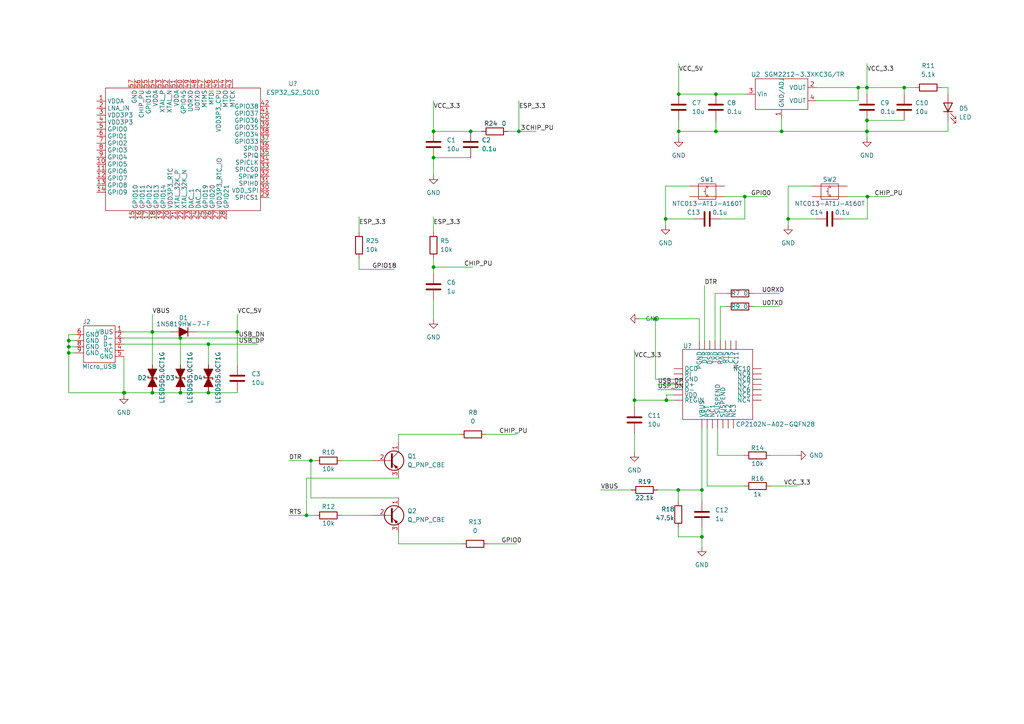
<source format=kicad_sch>
(kicad_sch (version 20211123) (generator eeschema)

  (uuid e63e39d7-6ac0-4ffd-8aa3-1841a4541b55)

  (paper "A4")

  (lib_symbols
    (symbol "CPU:ESP32_S2_SOLO" (in_bom yes) (on_board yes)
      (property "Reference" "U" (id 0) (at -20.066 19.05 0)
        (effects (font (size 1.27 1.27)))
      )
      (property "Value" "ESP32_S2_SOLO" (id 1) (at 22.352 -19.558 0)
        (effects (font (size 1.27 1.27)))
      )
      (property "Footprint" "" (id 2) (at -27.178 25.4 0)
        (effects (font (size 1.27 1.27)) hide)
      )
      (property "Datasheet" "" (id 3) (at -27.178 25.4 0)
        (effects (font (size 1.27 1.27)) hide)
      )
      (symbol "ESP32_S2_SOLO_0_1"
        (rectangle (start -20.828 17.526) (end 24.13 -18.034)
          (stroke (width 0) (type default) (color 0 0 0 0))
          (fill (type none))
        )
      )
      (symbol "ESP32_S2_SOLO_1_1"
        (pin input line (at -23.368 13.716 0) (length 2.54)
          (name "VDDA" (effects (font (size 1.27 1.27))))
          (number "1" (effects (font (size 1.27 1.27))))
        )
        (pin input line (at -23.368 -4.572 0) (length 2.54)
          (name "GPIO5" (effects (font (size 1.27 1.27))))
          (number "10" (effects (font (size 1.27 1.27))))
        )
        (pin input line (at -23.368 -6.604 0) (length 2.54)
          (name "GPIO6" (effects (font (size 1.27 1.27))))
          (number "11" (effects (font (size 1.27 1.27))))
        )
        (pin input line (at -23.368 -8.636 0) (length 2.54)
          (name "GPIO7" (effects (font (size 1.27 1.27))))
          (number "12" (effects (font (size 1.27 1.27))))
        )
        (pin input line (at -23.368 -10.668 0) (length 2.54)
          (name "GPIO8" (effects (font (size 1.27 1.27))))
          (number "13" (effects (font (size 1.27 1.27))))
        )
        (pin input line (at -23.368 -12.7 0) (length 2.54)
          (name "GPIO9" (effects (font (size 1.27 1.27))))
          (number "14" (effects (font (size 1.27 1.27))))
        )
        (pin input line (at -12.192 -20.574 90) (length 2.54)
          (name "GPIO10" (effects (font (size 1.27 1.27))))
          (number "15" (effects (font (size 1.27 1.27))))
        )
        (pin input line (at -10.16 -20.574 90) (length 2.54)
          (name "GPIO11" (effects (font (size 1.27 1.27))))
          (number "16" (effects (font (size 1.27 1.27))))
        )
        (pin input line (at -8.128 -20.574 90) (length 2.54)
          (name "GPIO12" (effects (font (size 1.27 1.27))))
          (number "17" (effects (font (size 1.27 1.27))))
        )
        (pin input line (at -6.096 -20.574 90) (length 2.54)
          (name "GPIO13" (effects (font (size 1.27 1.27))))
          (number "18" (effects (font (size 1.27 1.27))))
        )
        (pin input line (at -4.064 -20.574 90) (length 2.54)
          (name "GPIO14" (effects (font (size 1.27 1.27))))
          (number "19" (effects (font (size 1.27 1.27))))
        )
        (pin input line (at -23.368 11.684 0) (length 2.54)
          (name "LNA_IN" (effects (font (size 1.27 1.27))))
          (number "2" (effects (font (size 1.27 1.27))))
        )
        (pin input line (at -2.032 -20.574 90) (length 2.54)
          (name "VDD3P3_RTC" (effects (font (size 1.27 1.27))))
          (number "20" (effects (font (size 1.27 1.27))))
        )
        (pin input line (at 0 -20.574 90) (length 2.54)
          (name "XTAL_32K_P" (effects (font (size 1.27 1.27))))
          (number "21" (effects (font (size 1.27 1.27))))
        )
        (pin input line (at 2.032 -20.574 90) (length 2.54)
          (name "XTAL_32K_N" (effects (font (size 1.27 1.27))))
          (number "22" (effects (font (size 1.27 1.27))))
        )
        (pin input line (at 4.064 -20.574 90) (length 2.54)
          (name "DAC_1" (effects (font (size 1.27 1.27))))
          (number "23" (effects (font (size 1.27 1.27))))
        )
        (pin input line (at 6.096 -20.574 90) (length 2.54)
          (name "DAC_2" (effects (font (size 1.27 1.27))))
          (number "24" (effects (font (size 1.27 1.27))))
        )
        (pin input line (at 8.128 -20.574 90) (length 2.54)
          (name "GPIO19" (effects (font (size 1.27 1.27))))
          (number "25" (effects (font (size 1.27 1.27))))
        )
        (pin input line (at 10.16 -20.574 90) (length 2.54)
          (name "GPIO20" (effects (font (size 1.27 1.27))))
          (number "26" (effects (font (size 1.27 1.27))))
        )
        (pin input line (at 12.192 -20.574 90) (length 2.54)
          (name "VDD3P3_RTC_IO" (effects (font (size 1.27 1.27))))
          (number "27" (effects (font (size 1.27 1.27))))
        )
        (pin input line (at 14.224 -20.574 90) (length 2.54)
          (name "GPIO21" (effects (font (size 1.27 1.27))))
          (number "28" (effects (font (size 1.27 1.27))))
        )
        (pin input line (at 26.67 -14.224 180) (length 2.54)
          (name "SPICS1" (effects (font (size 1.27 1.27))))
          (number "29" (effects (font (size 1.27 1.27))))
        )
        (pin input line (at -23.368 9.652 0) (length 2.54)
          (name "VDD3P3" (effects (font (size 1.27 1.27))))
          (number "3" (effects (font (size 1.27 1.27))))
        )
        (pin input line (at 26.67 -12.192 180) (length 2.54)
          (name "VDD_SPI" (effects (font (size 1.27 1.27))))
          (number "30" (effects (font (size 1.27 1.27))))
        )
        (pin input line (at 26.67 -10.16 180) (length 2.54)
          (name "SPIHD" (effects (font (size 1.27 1.27))))
          (number "31" (effects (font (size 1.27 1.27))))
        )
        (pin input line (at 26.67 -8.128 180) (length 2.54)
          (name "SPIWP" (effects (font (size 1.27 1.27))))
          (number "32" (effects (font (size 1.27 1.27))))
        )
        (pin input line (at 26.67 -6.096 180) (length 2.54)
          (name "SPICS0" (effects (font (size 1.27 1.27))))
          (number "33" (effects (font (size 1.27 1.27))))
        )
        (pin input line (at 26.67 -4.064 180) (length 2.54)
          (name "SPICLK" (effects (font (size 1.27 1.27))))
          (number "34" (effects (font (size 1.27 1.27))))
        )
        (pin input line (at 26.67 -2.032 180) (length 2.54)
          (name "SPIQ" (effects (font (size 1.27 1.27))))
          (number "35" (effects (font (size 1.27 1.27))))
        )
        (pin input line (at 26.67 0 180) (length 2.54)
          (name "SPID" (effects (font (size 1.27 1.27))))
          (number "36" (effects (font (size 1.27 1.27))))
        )
        (pin input line (at 26.67 2.032 180) (length 2.54)
          (name "GPIO33" (effects (font (size 1.27 1.27))))
          (number "37" (effects (font (size 1.27 1.27))))
        )
        (pin input line (at 26.67 4.064 180) (length 2.54)
          (name "GPIO34" (effects (font (size 1.27 1.27))))
          (number "38" (effects (font (size 1.27 1.27))))
        )
        (pin input line (at 26.67 6.096 180) (length 2.54)
          (name "GPIO35" (effects (font (size 1.27 1.27))))
          (number "39" (effects (font (size 1.27 1.27))))
        )
        (pin input line (at -23.368 7.62 0) (length 2.54)
          (name "VDD3P3" (effects (font (size 1.27 1.27))))
          (number "4" (effects (font (size 1.27 1.27))))
        )
        (pin input line (at 26.67 8.128 180) (length 2.54)
          (name "GPIO36" (effects (font (size 1.27 1.27))))
          (number "40" (effects (font (size 1.27 1.27))))
        )
        (pin input line (at 26.67 10.16 180) (length 2.54)
          (name "GPIO37" (effects (font (size 1.27 1.27))))
          (number "41" (effects (font (size 1.27 1.27))))
        )
        (pin input line (at 26.67 12.192 180) (length 2.54)
          (name "GPIO38" (effects (font (size 1.27 1.27))))
          (number "42" (effects (font (size 1.27 1.27))))
        )
        (pin input line (at 16.002 20.066 270) (length 2.54)
          (name "MTCK" (effects (font (size 1.27 1.27))))
          (number "43" (effects (font (size 1.27 1.27))))
        )
        (pin input line (at 13.97 20.066 270) (length 2.54)
          (name "MTDO" (effects (font (size 1.27 1.27))))
          (number "44" (effects (font (size 1.27 1.27))))
        )
        (pin input line (at 11.938 20.066 270) (length 2.54)
          (name "VDD3P3_CPU" (effects (font (size 1.27 1.27))))
          (number "45" (effects (font (size 1.27 1.27))))
        )
        (pin input line (at 9.906 20.066 270) (length 2.54)
          (name "MTDI" (effects (font (size 1.27 1.27))))
          (number "46" (effects (font (size 1.27 1.27))))
        )
        (pin input line (at 7.874 20.066 270) (length 2.54)
          (name "MTMS" (effects (font (size 1.27 1.27))))
          (number "47" (effects (font (size 1.27 1.27))))
        )
        (pin input line (at 5.842 20.066 270) (length 2.54)
          (name "U0TXD" (effects (font (size 1.27 1.27))))
          (number "48" (effects (font (size 1.27 1.27))))
        )
        (pin input line (at 3.81 20.066 270) (length 2.54)
          (name "U0RXD" (effects (font (size 1.27 1.27))))
          (number "49" (effects (font (size 1.27 1.27))))
        )
        (pin input line (at -23.368 5.588 0) (length 2.54)
          (name "GPIO0" (effects (font (size 1.27 1.27))))
          (number "5" (effects (font (size 1.27 1.27))))
        )
        (pin input line (at 1.778 20.066 270) (length 2.54)
          (name "GPIO45" (effects (font (size 1.27 1.27))))
          (number "50" (effects (font (size 1.27 1.27))))
        )
        (pin input line (at -0.254 20.066 270) (length 2.54)
          (name "VDDA" (effects (font (size 1.27 1.27))))
          (number "51" (effects (font (size 1.27 1.27))))
        )
        (pin input line (at -2.286 20.066 270) (length 2.54)
          (name "XTAL_N" (effects (font (size 1.27 1.27))))
          (number "52" (effects (font (size 1.27 1.27))))
        )
        (pin input line (at -4.318 20.066 270) (length 2.54)
          (name "XTAL_P" (effects (font (size 1.27 1.27))))
          (number "53" (effects (font (size 1.27 1.27))))
        )
        (pin input line (at -6.35 20.066 270) (length 2.54)
          (name "VDDA" (effects (font (size 1.27 1.27))))
          (number "54" (effects (font (size 1.27 1.27))))
        )
        (pin input line (at -8.382 20.066 270) (length 2.54)
          (name "GPIO16" (effects (font (size 1.27 1.27))))
          (number "55" (effects (font (size 1.27 1.27))))
        )
        (pin input line (at -10.414 20.066 270) (length 2.54)
          (name "CHIP_PU" (effects (font (size 1.27 1.27))))
          (number "56" (effects (font (size 1.27 1.27))))
        )
        (pin input line (at -12.446 20.066 270) (length 2.54)
          (name "GND" (effects (font (size 1.27 1.27))))
          (number "57" (effects (font (size 1.27 1.27))))
        )
        (pin input line (at -23.368 3.556 0) (length 2.54)
          (name "GPIO1" (effects (font (size 1.27 1.27))))
          (number "6" (effects (font (size 1.27 1.27))))
        )
        (pin input line (at -23.368 1.524 0) (length 2.54)
          (name "GPIO2" (effects (font (size 1.27 1.27))))
          (number "7" (effects (font (size 1.27 1.27))))
        )
        (pin input line (at -23.368 -0.508 0) (length 2.54)
          (name "GPIO3" (effects (font (size 1.27 1.27))))
          (number "8" (effects (font (size 1.27 1.27))))
        )
        (pin input line (at -23.368 -2.54 0) (length 2.54)
          (name "GPIO4" (effects (font (size 1.27 1.27))))
          (number "9" (effects (font (size 1.27 1.27))))
        )
      )
    )
    (symbol "Connector:Micro_USB" (in_bom yes) (on_board yes)
      (property "Reference" "J" (id 0) (at 0.254 5.842 0)
        (effects (font (size 1.27 1.27)))
      )
      (property "Value" "Micro_USB" (id 1) (at 0 3.81 0)
        (effects (font (size 1.27 1.27)))
      )
      (property "Footprint" "" (id 2) (at 0 0 0)
        (effects (font (size 1.27 1.27)) hide)
      )
      (property "Datasheet" "" (id 3) (at 0 0 0)
        (effects (font (size 1.27 1.27)) hide)
      )
      (symbol "Micro_USB_0_1"
        (rectangle (start -4.572 2.54) (end 4.572 -8.128)
          (stroke (width 0) (type default) (color 0 0 0 0))
          (fill (type none))
        )
      )
      (symbol "Micro_USB_1_1"
        (pin input line (at 7.112 0.762 180) (length 2.54)
          (name "VBUS" (effects (font (size 1.27 1.27))))
          (number "1" (effects (font (size 1.27 1.27))))
        )
        (pin input line (at 7.112 -1.016 180) (length 2.54)
          (name "D-" (effects (font (size 1.27 1.27))))
          (number "2" (effects (font (size 1.27 1.27))))
        )
        (pin input line (at 7.112 -2.794 180) (length 2.54)
          (name "D+" (effects (font (size 1.27 1.27))))
          (number "3" (effects (font (size 1.27 1.27))))
        )
        (pin input line (at 7.112 -4.572 180) (length 2.54)
          (name "NC" (effects (font (size 1.27 1.27))))
          (number "4" (effects (font (size 1.27 1.27))))
        )
        (pin input line (at 7.112 -6.35 180) (length 2.54)
          (name "GND" (effects (font (size 1.27 1.27))))
          (number "5" (effects (font (size 1.27 1.27))))
        )
        (pin input line (at -7.112 0 0) (length 2.54)
          (name "GND" (effects (font (size 1.27 1.27))))
          (number "6" (effects (font (size 1.27 1.27))))
        )
        (pin input line (at -7.112 -1.778 0) (length 2.54)
          (name "GND" (effects (font (size 1.27 1.27))))
          (number "7" (effects (font (size 1.27 1.27))))
        )
        (pin input line (at -7.112 -3.556 0) (length 2.54)
          (name "GND" (effects (font (size 1.27 1.27))))
          (number "8" (effects (font (size 1.27 1.27))))
        )
        (pin input line (at -7.112 -5.334 0) (length 2.54)
          (name "GND" (effects (font (size 1.27 1.27))))
          (number "9" (effects (font (size 1.27 1.27))))
        )
      )
    )
    (symbol "Device:C" (pin_numbers hide) (pin_names (offset 0.254)) (in_bom yes) (on_board yes)
      (property "Reference" "C" (id 0) (at 0.635 2.54 0)
        (effects (font (size 1.27 1.27)) (justify left))
      )
      (property "Value" "C" (id 1) (at 0.635 -2.54 0)
        (effects (font (size 1.27 1.27)) (justify left))
      )
      (property "Footprint" "" (id 2) (at 0.9652 -3.81 0)
        (effects (font (size 1.27 1.27)) hide)
      )
      (property "Datasheet" "~" (id 3) (at 0 0 0)
        (effects (font (size 1.27 1.27)) hide)
      )
      (property "ki_keywords" "cap capacitor" (id 4) (at 0 0 0)
        (effects (font (size 1.27 1.27)) hide)
      )
      (property "ki_description" "Unpolarized capacitor" (id 5) (at 0 0 0)
        (effects (font (size 1.27 1.27)) hide)
      )
      (property "ki_fp_filters" "C_*" (id 6) (at 0 0 0)
        (effects (font (size 1.27 1.27)) hide)
      )
      (symbol "C_0_1"
        (polyline
          (pts
            (xy -2.032 -0.762)
            (xy 2.032 -0.762)
          )
          (stroke (width 0.508) (type default) (color 0 0 0 0))
          (fill (type none))
        )
        (polyline
          (pts
            (xy -2.032 0.762)
            (xy 2.032 0.762)
          )
          (stroke (width 0.508) (type default) (color 0 0 0 0))
          (fill (type none))
        )
      )
      (symbol "C_1_1"
        (pin passive line (at 0 3.81 270) (length 2.794)
          (name "~" (effects (font (size 1.27 1.27))))
          (number "1" (effects (font (size 1.27 1.27))))
        )
        (pin passive line (at 0 -3.81 90) (length 2.794)
          (name "~" (effects (font (size 1.27 1.27))))
          (number "2" (effects (font (size 1.27 1.27))))
        )
      )
    )
    (symbol "Device:CP2102N-A02-GQFN28" (in_bom yes) (on_board yes)
      (property "Reference" "U" (id 0) (at -9.398 11.176 0)
        (effects (font (size 1.27 1.27)))
      )
      (property "Value" "CP2102N-A02-GQFN28" (id 1) (at 16.51 -11.43 0)
        (effects (font (size 1.27 1.27)))
      )
      (property "Footprint" "" (id 2) (at 0 13.462 0)
        (effects (font (size 1.27 1.27)) hide)
      )
      (property "Datasheet" "" (id 3) (at 0 13.462 0)
        (effects (font (size 1.27 1.27)) hide)
      )
      (symbol "CP2102N-A02-GQFN28_0_1"
        (rectangle (start -10.16 10.16) (end 10.16 -10.16)
          (stroke (width 0) (type default) (color 0 0 0 0))
          (fill (type none))
        )
      )
      (symbol "CP2102N-A02-GQFN28_1_1"
        (pin input line (at 3.81 12.7 270) (length 2.54)
          (name "CTS" (effects (font (size 1.27 1.27))))
          (number "" (effects (font (size 1.27 1.27))))
        )
        (pin input line (at -12.7 0 0) (length 2.54)
          (name "D+" (effects (font (size 1.27 1.27))))
          (number "" (effects (font (size 1.27 1.27))))
        )
        (pin input line (at -12.7 -1.524 0) (length 2.54)
          (name "D-" (effects (font (size 1.27 1.27))))
          (number "" (effects (font (size 1.27 1.27))))
        )
        (pin input line (at -12.7 4.572 0) (length 2.54)
          (name "DCD" (effects (font (size 1.27 1.27))))
          (number "" (effects (font (size 1.27 1.27))))
        )
        (pin input line (at -2.286 12.7 270) (length 2.54)
          (name "DSR" (effects (font (size 1.27 1.27))))
          (number "" (effects (font (size 1.27 1.27))))
        )
        (pin input line (at -3.81 12.7 270) (length 2.54)
          (name "DTR" (effects (font (size 1.27 1.27))))
          (number "" (effects (font (size 1.27 1.27))))
        )
        (pin input line (at -12.7 1.524 0) (length 2.54)
          (name "GND" (effects (font (size 1.27 1.27))))
          (number "" (effects (font (size 1.27 1.27))))
        )
        (pin input line (at -1.524 -12.7 90) (length 2.54)
          (name "NC1" (effects (font (size 1.27 1.27))))
          (number "" (effects (font (size 1.27 1.27))))
        )
        (pin input line (at 12.7 4.572 180) (length 2.54)
          (name "NC10" (effects (font (size 1.27 1.27))))
          (number "" (effects (font (size 1.27 1.27))))
        )
        (pin input line (at 5.334 12.7 270) (length 2.54)
          (name "NC11" (effects (font (size 1.27 1.27))))
          (number "" (effects (font (size 1.27 1.27))))
        )
        (pin input line (at 3.048 -12.7 90) (length 2.54)
          (name "NC2" (effects (font (size 1.27 1.27))))
          (number "" (effects (font (size 1.27 1.27))))
        )
        (pin input line (at 4.572 -12.7 90) (length 2.54)
          (name "NC3" (effects (font (size 1.27 1.27))))
          (number "" (effects (font (size 1.27 1.27))))
        )
        (pin input line (at 12.7 -4.572 180) (length 2.54)
          (name "NC4" (effects (font (size 1.27 1.27))))
          (number "" (effects (font (size 1.27 1.27))))
        )
        (pin input line (at 12.7 -3.048 180) (length 2.54)
          (name "NC5" (effects (font (size 1.27 1.27))))
          (number "" (effects (font (size 1.27 1.27))))
        )
        (pin input line (at 12.7 -1.524 180) (length 2.54)
          (name "NC6" (effects (font (size 1.27 1.27))))
          (number "" (effects (font (size 1.27 1.27))))
        )
        (pin input line (at 12.7 0 180) (length 2.54)
          (name "NC7" (effects (font (size 1.27 1.27))))
          (number "" (effects (font (size 1.27 1.27))))
        )
        (pin input line (at 12.7 1.524 180) (length 2.54)
          (name "NC8" (effects (font (size 1.27 1.27))))
          (number "" (effects (font (size 1.27 1.27))))
        )
        (pin input line (at 12.7 3.048 180) (length 2.54)
          (name "NC9" (effects (font (size 1.27 1.27))))
          (number "" (effects (font (size 1.27 1.27))))
        )
        (pin input line (at -5.334 12.7 270) (length 2.54)
          (name "PGND" (effects (font (size 1.27 1.27))))
          (number "" (effects (font (size 1.27 1.27))))
        )
        (pin input line (at -12.7 -4.572 0) (length 2.54)
          (name "REGIN" (effects (font (size 1.27 1.27))))
          (number "" (effects (font (size 1.27 1.27))))
        )
        (pin input line (at -12.7 3.048 0) (length 2.54)
          (name "RI" (effects (font (size 1.27 1.27))))
          (number "" (effects (font (size 1.27 1.27))))
        )
        (pin input line (at -3.048 -12.7 90) (length 2.54)
          (name "RST" (effects (font (size 1.27 1.27))))
          (number "" (effects (font (size 1.27 1.27))))
        )
        (pin input line (at 2.286 12.7 270) (length 2.54)
          (name "RTS" (effects (font (size 1.27 1.27))))
          (number "" (effects (font (size 1.27 1.27))))
        )
        (pin input line (at 0.762 12.7 270) (length 2.54)
          (name "RXD" (effects (font (size 1.27 1.27))))
          (number "" (effects (font (size 1.27 1.27))))
        )
        (pin input line (at 1.524 -12.7 90) (length 2.54)
          (name "SUSPEND" (effects (font (size 1.27 1.27))))
          (number "" (effects (font (size 1.27 1.27))))
        )
        (pin input line (at -0.762 12.7 270) (length 2.54)
          (name "TXD" (effects (font (size 1.27 1.27))))
          (number "" (effects (font (size 1.27 1.27))))
        )
        (pin input line (at -4.572 -12.7 90) (length 2.54)
          (name "VBUS" (effects (font (size 1.27 1.27))))
          (number "" (effects (font (size 1.27 1.27))))
        )
        (pin input line (at -12.7 -3.048 0) (length 2.54)
          (name "VDD" (effects (font (size 1.27 1.27))))
          (number "" (effects (font (size 1.27 1.27))))
        )
        (pin input line (at 0 -12.7 90) (length 2.54)
          (name "~SUSPEND" (effects (font (size 1.27 1.27))))
          (number "" (effects (font (size 1.27 1.27))))
        )
      )
    )
    (symbol "Device:D_Filled" (pin_numbers hide) (pin_names (offset 1.016) hide) (in_bom yes) (on_board yes)
      (property "Reference" "D" (id 0) (at 0 2.54 0)
        (effects (font (size 1.27 1.27)))
      )
      (property "Value" "D_Filled" (id 1) (at 0 -2.54 0)
        (effects (font (size 1.27 1.27)))
      )
      (property "Footprint" "" (id 2) (at 0 0 0)
        (effects (font (size 1.27 1.27)) hide)
      )
      (property "Datasheet" "~" (id 3) (at 0 0 0)
        (effects (font (size 1.27 1.27)) hide)
      )
      (property "ki_keywords" "diode" (id 4) (at 0 0 0)
        (effects (font (size 1.27 1.27)) hide)
      )
      (property "ki_description" "Diode, filled shape" (id 5) (at 0 0 0)
        (effects (font (size 1.27 1.27)) hide)
      )
      (property "ki_fp_filters" "TO-???* *_Diode_* *SingleDiode* D_*" (id 6) (at 0 0 0)
        (effects (font (size 1.27 1.27)) hide)
      )
      (symbol "D_Filled_0_1"
        (polyline
          (pts
            (xy -1.27 1.27)
            (xy -1.27 -1.27)
          )
          (stroke (width 0.254) (type default) (color 0 0 0 0))
          (fill (type none))
        )
        (polyline
          (pts
            (xy 1.27 0)
            (xy -1.27 0)
          )
          (stroke (width 0) (type default) (color 0 0 0 0))
          (fill (type none))
        )
        (polyline
          (pts
            (xy 1.27 1.27)
            (xy 1.27 -1.27)
            (xy -1.27 0)
            (xy 1.27 1.27)
          )
          (stroke (width 0.254) (type default) (color 0 0 0 0))
          (fill (type outline))
        )
      )
      (symbol "D_Filled_1_1"
        (pin passive line (at -3.81 0 0) (length 2.54)
          (name "K" (effects (font (size 1.27 1.27))))
          (number "1" (effects (font (size 1.27 1.27))))
        )
        (pin passive line (at 3.81 0 180) (length 2.54)
          (name "A" (effects (font (size 1.27 1.27))))
          (number "2" (effects (font (size 1.27 1.27))))
        )
      )
    )
    (symbol "Device:D_TVS_Filled" (pin_numbers hide) (pin_names (offset 1.016) hide) (in_bom yes) (on_board yes)
      (property "Reference" "D" (id 0) (at 0 2.54 0)
        (effects (font (size 1.27 1.27)))
      )
      (property "Value" "D_TVS_Filled" (id 1) (at 0 -2.54 0)
        (effects (font (size 1.27 1.27)))
      )
      (property "Footprint" "" (id 2) (at 0 0 0)
        (effects (font (size 1.27 1.27)) hide)
      )
      (property "Datasheet" "~" (id 3) (at 0 0 0)
        (effects (font (size 1.27 1.27)) hide)
      )
      (property "ki_keywords" "diode TVS thyrector" (id 4) (at 0 0 0)
        (effects (font (size 1.27 1.27)) hide)
      )
      (property "ki_description" "Bidirectional transient-voltage-suppression diode, filled shape" (id 5) (at 0 0 0)
        (effects (font (size 1.27 1.27)) hide)
      )
      (property "ki_fp_filters" "TO-???* *_Diode_* *SingleDiode* D_*" (id 6) (at 0 0 0)
        (effects (font (size 1.27 1.27)) hide)
      )
      (symbol "D_TVS_Filled_0_1"
        (polyline
          (pts
            (xy 1.27 0)
            (xy -1.27 0)
          )
          (stroke (width 0) (type default) (color 0 0 0 0))
          (fill (type none))
        )
        (polyline
          (pts
            (xy -2.54 -1.27)
            (xy 0 0)
            (xy -2.54 1.27)
            (xy -2.54 -1.27)
          )
          (stroke (width 0.254) (type default) (color 0 0 0 0))
          (fill (type outline))
        )
        (polyline
          (pts
            (xy 0.508 1.27)
            (xy 0 1.27)
            (xy 0 -1.27)
            (xy -0.508 -1.27)
          )
          (stroke (width 0.254) (type default) (color 0 0 0 0))
          (fill (type none))
        )
        (polyline
          (pts
            (xy 2.54 1.27)
            (xy 2.54 -1.27)
            (xy 0 0)
            (xy 2.54 1.27)
          )
          (stroke (width 0.254) (type default) (color 0 0 0 0))
          (fill (type outline))
        )
      )
      (symbol "D_TVS_Filled_1_1"
        (pin passive line (at -3.81 0 0) (length 2.54)
          (name "A1" (effects (font (size 1.27 1.27))))
          (number "1" (effects (font (size 1.27 1.27))))
        )
        (pin passive line (at 3.81 0 180) (length 2.54)
          (name "A2" (effects (font (size 1.27 1.27))))
          (number "2" (effects (font (size 1.27 1.27))))
        )
      )
    )
    (symbol "Device:LED" (pin_numbers hide) (pin_names (offset 1.016) hide) (in_bom yes) (on_board yes)
      (property "Reference" "D" (id 0) (at 0 2.54 0)
        (effects (font (size 1.27 1.27)))
      )
      (property "Value" "LED" (id 1) (at 0 -2.54 0)
        (effects (font (size 1.27 1.27)))
      )
      (property "Footprint" "" (id 2) (at 0 0 0)
        (effects (font (size 1.27 1.27)) hide)
      )
      (property "Datasheet" "~" (id 3) (at 0 0 0)
        (effects (font (size 1.27 1.27)) hide)
      )
      (property "ki_keywords" "LED diode" (id 4) (at 0 0 0)
        (effects (font (size 1.27 1.27)) hide)
      )
      (property "ki_description" "Light emitting diode" (id 5) (at 0 0 0)
        (effects (font (size 1.27 1.27)) hide)
      )
      (property "ki_fp_filters" "LED* LED_SMD:* LED_THT:*" (id 6) (at 0 0 0)
        (effects (font (size 1.27 1.27)) hide)
      )
      (symbol "LED_0_1"
        (polyline
          (pts
            (xy -1.27 -1.27)
            (xy -1.27 1.27)
          )
          (stroke (width 0.254) (type default) (color 0 0 0 0))
          (fill (type none))
        )
        (polyline
          (pts
            (xy -1.27 0)
            (xy 1.27 0)
          )
          (stroke (width 0) (type default) (color 0 0 0 0))
          (fill (type none))
        )
        (polyline
          (pts
            (xy 1.27 -1.27)
            (xy 1.27 1.27)
            (xy -1.27 0)
            (xy 1.27 -1.27)
          )
          (stroke (width 0.254) (type default) (color 0 0 0 0))
          (fill (type none))
        )
        (polyline
          (pts
            (xy -3.048 -0.762)
            (xy -4.572 -2.286)
            (xy -3.81 -2.286)
            (xy -4.572 -2.286)
            (xy -4.572 -1.524)
          )
          (stroke (width 0) (type default) (color 0 0 0 0))
          (fill (type none))
        )
        (polyline
          (pts
            (xy -1.778 -0.762)
            (xy -3.302 -2.286)
            (xy -2.54 -2.286)
            (xy -3.302 -2.286)
            (xy -3.302 -1.524)
          )
          (stroke (width 0) (type default) (color 0 0 0 0))
          (fill (type none))
        )
      )
      (symbol "LED_1_1"
        (pin passive line (at -3.81 0 0) (length 2.54)
          (name "K" (effects (font (size 1.27 1.27))))
          (number "1" (effects (font (size 1.27 1.27))))
        )
        (pin passive line (at 3.81 0 180) (length 2.54)
          (name "A" (effects (font (size 1.27 1.27))))
          (number "2" (effects (font (size 1.27 1.27))))
        )
      )
    )
    (symbol "Device:Q_PNP_CBE" (pin_names (offset 0) hide) (in_bom yes) (on_board yes)
      (property "Reference" "Q" (id 0) (at 5.08 1.27 0)
        (effects (font (size 1.27 1.27)) (justify left))
      )
      (property "Value" "Q_PNP_CBE" (id 1) (at 5.08 -1.27 0)
        (effects (font (size 1.27 1.27)) (justify left))
      )
      (property "Footprint" "" (id 2) (at 5.08 2.54 0)
        (effects (font (size 1.27 1.27)) hide)
      )
      (property "Datasheet" "~" (id 3) (at 0 0 0)
        (effects (font (size 1.27 1.27)) hide)
      )
      (property "ki_keywords" "transistor PNP" (id 4) (at 0 0 0)
        (effects (font (size 1.27 1.27)) hide)
      )
      (property "ki_description" "PNP transistor, collector/base/emitter" (id 5) (at 0 0 0)
        (effects (font (size 1.27 1.27)) hide)
      )
      (symbol "Q_PNP_CBE_0_1"
        (polyline
          (pts
            (xy 0.635 0.635)
            (xy 2.54 2.54)
          )
          (stroke (width 0) (type default) (color 0 0 0 0))
          (fill (type none))
        )
        (polyline
          (pts
            (xy 0.635 -0.635)
            (xy 2.54 -2.54)
            (xy 2.54 -2.54)
          )
          (stroke (width 0) (type default) (color 0 0 0 0))
          (fill (type none))
        )
        (polyline
          (pts
            (xy 0.635 1.905)
            (xy 0.635 -1.905)
            (xy 0.635 -1.905)
          )
          (stroke (width 0.508) (type default) (color 0 0 0 0))
          (fill (type none))
        )
        (polyline
          (pts
            (xy 2.286 -1.778)
            (xy 1.778 -2.286)
            (xy 1.27 -1.27)
            (xy 2.286 -1.778)
            (xy 2.286 -1.778)
          )
          (stroke (width 0) (type default) (color 0 0 0 0))
          (fill (type outline))
        )
        (circle (center 1.27 0) (radius 2.8194)
          (stroke (width 0.254) (type default) (color 0 0 0 0))
          (fill (type none))
        )
      )
      (symbol "Q_PNP_CBE_1_1"
        (pin passive line (at 2.54 5.08 270) (length 2.54)
          (name "C" (effects (font (size 1.27 1.27))))
          (number "1" (effects (font (size 1.27 1.27))))
        )
        (pin input line (at -5.08 0 0) (length 5.715)
          (name "B" (effects (font (size 1.27 1.27))))
          (number "2" (effects (font (size 1.27 1.27))))
        )
        (pin passive line (at 2.54 -5.08 90) (length 2.54)
          (name "E" (effects (font (size 1.27 1.27))))
          (number "3" (effects (font (size 1.27 1.27))))
        )
      )
    )
    (symbol "Device:R" (pin_numbers hide) (pin_names (offset 0)) (in_bom yes) (on_board yes)
      (property "Reference" "R" (id 0) (at 2.032 0 90)
        (effects (font (size 1.27 1.27)))
      )
      (property "Value" "R" (id 1) (at 0 0 90)
        (effects (font (size 1.27 1.27)))
      )
      (property "Footprint" "" (id 2) (at -1.778 0 90)
        (effects (font (size 1.27 1.27)) hide)
      )
      (property "Datasheet" "~" (id 3) (at 0 0 0)
        (effects (font (size 1.27 1.27)) hide)
      )
      (property "ki_keywords" "R res resistor" (id 4) (at 0 0 0)
        (effects (font (size 1.27 1.27)) hide)
      )
      (property "ki_description" "Resistor" (id 5) (at 0 0 0)
        (effects (font (size 1.27 1.27)) hide)
      )
      (property "ki_fp_filters" "R_*" (id 6) (at 0 0 0)
        (effects (font (size 1.27 1.27)) hide)
      )
      (symbol "R_0_1"
        (rectangle (start -1.016 -2.54) (end 1.016 2.54)
          (stroke (width 0.254) (type default) (color 0 0 0 0))
          (fill (type none))
        )
      )
      (symbol "R_1_1"
        (pin passive line (at 0 3.81 270) (length 1.27)
          (name "~" (effects (font (size 1.27 1.27))))
          (number "1" (effects (font (size 1.27 1.27))))
        )
        (pin passive line (at 0 -3.81 90) (length 1.27)
          (name "~" (effects (font (size 1.27 1.27))))
          (number "2" (effects (font (size 1.27 1.27))))
        )
      )
    )
    (symbol "Power_Protection:SGM2212-3.3XKC3G{slash}TR" (in_bom yes) (on_board yes)
      (property "Reference" "U?" (id 0) (at -8.89 1.27 0)
        (effects (font (size 1.27 1.27)) (justify left))
      )
      (property "Value" "SGM2212-3.3XKC3G/TR" (id 1) (at -5.08 1.27 0)
        (effects (font (size 1.27 1.27)) (justify left))
      )
      (property "Footprint" "" (id 2) (at 0 0 0)
        (effects (font (size 1.27 1.27)) hide)
      )
      (property "Datasheet" "" (id 3) (at 0 0 0)
        (effects (font (size 1.27 1.27)) hide)
      )
      (symbol "SGM2212-3.3XKC3G{slash}TR_0_1"
        (polyline
          (pts
            (xy -7.62 0)
            (xy -7.62 -8.89)
            (xy 7.62 -8.89)
            (xy 7.62 0)
            (xy -7.62 0)
          )
          (stroke (width 0) (type default) (color 0 0 0 0))
          (fill (type none))
        )
      )
      (symbol "SGM2212-3.3XKC3G{slash}TR_1_1"
        (pin output line (at 0 -11.43 90) (length 2.54)
          (name "GND/ADJ" (effects (font (size 1.27 1.27))))
          (number "1" (effects (font (size 1.27 1.27))))
        )
        (pin output line (at 10.16 -2.54 180) (length 2.54)
          (name "VOUT" (effects (font (size 1.27 1.27))))
          (number "2" (effects (font (size 1.27 1.27))))
        )
        (pin input line (at -10.16 -4.445 0) (length 2.54)
          (name "Vin" (effects (font (size 1.27 1.27))))
          (number "3" (effects (font (size 1.27 1.27))))
        )
        (pin output line (at 10.16 -6.35 180) (length 2.54)
          (name "VOUT" (effects (font (size 1.27 1.27))))
          (number "4" (effects (font (size 1.27 1.27))))
        )
      )
    )
    (symbol "Switch:NTC013-AT1J-A160T" (in_bom yes) (on_board yes)
      (property "Reference" "SW" (id 0) (at 0 -1.016 0)
        (effects (font (size 1.27 1.27)))
      )
      (property "Value" "NTC013-AT1J-A160T" (id 1) (at 0.508 -7.62 0)
        (effects (font (size 1.27 1.27)))
      )
      (property "Footprint" "" (id 2) (at 0 0 0)
        (effects (font (size 1.27 1.27)) hide)
      )
      (property "Datasheet" "" (id 3) (at 0 0 0)
        (effects (font (size 1.27 1.27)) hide)
      )
      (symbol "NTC013-AT1J-A160T_0_1"
        (rectangle (start -2.54 -1.905) (end 2.54 -6.35)
          (stroke (width 0) (type default) (color 0 0 0 0))
          (fill (type none))
        )
        (circle (center 0 -5.334) (radius 0.254)
          (stroke (width 0) (type default) (color 0 0 0 0))
          (fill (type none))
        )
        (circle (center 0 -2.794) (radius 0.254)
          (stroke (width 0) (type default) (color 0 0 0 0))
          (fill (type none))
        )
        (polyline
          (pts
            (xy -2.54 -5.588)
            (xy 2.54 -5.588)
          )
          (stroke (width 0) (type default) (color 0 0 0 0))
          (fill (type none))
        )
        (polyline
          (pts
            (xy -2.54 -2.54)
            (xy 2.54 -2.54)
          )
          (stroke (width 0) (type default) (color 0 0 0 0))
          (fill (type none))
        )
        (polyline
          (pts
            (xy -0.508 -4.064)
            (xy -1.016 -4.064)
          )
          (stroke (width 0) (type default) (color 0 0 0 0))
          (fill (type none))
        )
        (polyline
          (pts
            (xy -0.508 -3.048)
            (xy -0.508 -5.08)
          )
          (stroke (width 0) (type default) (color 0 0 0 0))
          (fill (type none))
        )
      )
      (symbol "NTC013-AT1J-A160T_1_1"
        (pin input line (at -5.08 -5.588 0) (length 2.54)
          (name "" (effects (font (size 1.27 1.27))))
          (number "" (effects (font (size 1.27 1.27))))
        )
        (pin input line (at -5.08 -2.54 0) (length 2.54)
          (name "" (effects (font (size 1.27 1.27))))
          (number "" (effects (font (size 1.27 1.27))))
        )
        (pin output line (at 5.08 -5.588 180) (length 2.54)
          (name "" (effects (font (size 1.27 1.27))))
          (number "" (effects (font (size 1.27 1.27))))
        )
        (pin output line (at 5.08 -2.54 180) (length 2.54)
          (name "" (effects (font (size 1.27 1.27))))
          (number "" (effects (font (size 1.27 1.27))))
        )
      )
    )
    (symbol "power:GND" (power) (pin_names (offset 0)) (in_bom yes) (on_board yes)
      (property "Reference" "#PWR" (id 0) (at 0 -6.35 0)
        (effects (font (size 1.27 1.27)) hide)
      )
      (property "Value" "GND" (id 1) (at 0 -3.81 0)
        (effects (font (size 1.27 1.27)))
      )
      (property "Footprint" "" (id 2) (at 0 0 0)
        (effects (font (size 1.27 1.27)) hide)
      )
      (property "Datasheet" "" (id 3) (at 0 0 0)
        (effects (font (size 1.27 1.27)) hide)
      )
      (property "ki_keywords" "power-flag" (id 4) (at 0 0 0)
        (effects (font (size 1.27 1.27)) hide)
      )
      (property "ki_description" "Power symbol creates a global label with name \"GND\" , ground" (id 5) (at 0 0 0)
        (effects (font (size 1.27 1.27)) hide)
      )
      (symbol "GND_0_1"
        (polyline
          (pts
            (xy 0 0)
            (xy 0 -1.27)
            (xy 1.27 -1.27)
            (xy 0 -2.54)
            (xy -1.27 -1.27)
            (xy 0 -1.27)
          )
          (stroke (width 0) (type default) (color 0 0 0 0))
          (fill (type none))
        )
      )
      (symbol "GND_1_1"
        (pin power_in line (at 0 0 270) (length 0) hide
          (name "GND" (effects (font (size 1.27 1.27))))
          (number "1" (effects (font (size 1.27 1.27))))
        )
      )
    )
  )

  (junction (at 60.452 99.822) (diameter 0) (color 0 0 0 0)
    (uuid 02014348-35b8-44e5-afb3-7621588a7b84)
  )
  (junction (at 90.17 133.604) (diameter 0) (color 0 0 0 0)
    (uuid 1861d26c-007b-4fe7-8d03-b6187d478cfb)
  )
  (junction (at 52.324 113.919) (diameter 0) (color 0 0 0 0)
    (uuid 225ee213-f55f-4446-a7fe-1ef7256edc00)
  )
  (junction (at 251.46 38.1) (diameter 0) (color 0 0 0 0)
    (uuid 330b00cf-9e0d-4016-a6e7-43800c41ef77)
  )
  (junction (at 125.73 45.72) (diameter 0) (color 0 0 0 0)
    (uuid 412bb8a2-b81f-4e41-8749-1ac5a36dfc26)
  )
  (junction (at 228.6 63.5) (diameter 0) (color 0 0 0 0)
    (uuid 49fab7bf-a733-48a5-bbc7-98a45cef2441)
  )
  (junction (at 196.723 142.113) (diameter 0) (color 0 0 0 0)
    (uuid 4e7eb5b2-5997-43d6-a557-c8e2e005e70b)
  )
  (junction (at 150.495 38.1) (diameter 0) (color 0 0 0 0)
    (uuid 53476016-f7e0-4372-9b0d-65933670b71f)
  )
  (junction (at 44.196 113.919) (diameter 0) (color 0 0 0 0)
    (uuid 57f4092d-c0a1-45f3-8f39-5ddbe84d21ac)
  )
  (junction (at 52.324 98.044) (diameter 0) (color 0 0 0 0)
    (uuid 599e6132-fc12-4fec-9642-4103bc8c9ee5)
  )
  (junction (at 19.939 100.584) (diameter 0) (color 0 0 0 0)
    (uuid 5b805951-160b-42c9-a64c-6308f68a581c)
  )
  (junction (at 19.939 102.362) (diameter 0) (color 0 0 0 0)
    (uuid 61f27133-9d2f-437b-af03-7be46e8476f3)
  )
  (junction (at 36.068 113.919) (diameter 0) (color 0 0 0 0)
    (uuid 6b5354e7-881d-4b0d-b5d4-f611bcb624e8)
  )
  (junction (at 248.92 25.4) (diameter 0) (color 0 0 0 0)
    (uuid 6cb7d201-8ee0-4457-b72e-4e542d3c6e1b)
  )
  (junction (at 251.46 34.925) (diameter 0) (color 0 0 0 0)
    (uuid 74f16ca0-7556-4b93-a08f-1bad89e26530)
  )
  (junction (at 190.119 92.456) (diameter 0) (color 0 0 0 0)
    (uuid 7e956156-f96d-4ab4-8d49-b5c99fa4081f)
  )
  (junction (at 60.452 113.919) (diameter 0) (color 0 0 0 0)
    (uuid 820de0fb-36e0-40bb-84fe-74eae1f69cd2)
  )
  (junction (at 196.85 38.1) (diameter 0) (color 0 0 0 0)
    (uuid 8e94425d-86be-42a6-a2f4-9649d3dacb41)
  )
  (junction (at 136.525 38.1) (diameter 0) (color 0 0 0 0)
    (uuid 8edc9dab-270b-46ce-86c7-43d2ea9d2561)
  )
  (junction (at 262.255 25.4) (diameter 0) (color 0 0 0 0)
    (uuid 949e03ac-5814-4dd0-a804-395a5abffd3b)
  )
  (junction (at 125.73 38.1) (diameter 0) (color 0 0 0 0)
    (uuid 9849f984-f52a-4f3b-ade9-53c99cd43b71)
  )
  (junction (at 44.196 96.266) (diameter 0) (color 0 0 0 0)
    (uuid 986c409e-f09b-4340-871a-fc18ed5caf8a)
  )
  (junction (at 203.581 155.702) (diameter 0) (color 0 0 0 0)
    (uuid 99cc5936-02d3-4a42-9d2e-a6babb6aeebe)
  )
  (junction (at 35.941 113.919) (diameter 0) (color 0 0 0 0)
    (uuid 9bc964f1-1c27-4000-97e6-8ae3111d876e)
  )
  (junction (at 203.581 142.113) (diameter 0) (color 0 0 0 0)
    (uuid a623fcde-be1b-4615-9d48-bdde6e5ce213)
  )
  (junction (at 193.294 116.078) (diameter 0) (color 0 0 0 0)
    (uuid ad8ac77e-86e2-4964-83db-eb9fd5920050)
  )
  (junction (at 125.73 77.47) (diameter 0) (color 0 0 0 0)
    (uuid ae6f0bed-ef5b-400f-a616-3fe2d1a9d650)
  )
  (junction (at 216.027 57.023) (diameter 0) (color 0 0 0 0)
    (uuid bf0ba43b-efae-44a8-b295-2573468adddc)
  )
  (junction (at 251.46 25.4) (diameter 0) (color 0 0 0 0)
    (uuid c0353ddd-a53a-41d6-860c-33812446ce8e)
  )
  (junction (at 193.04 63.5) (diameter 0) (color 0 0 0 0)
    (uuid c3e96676-7eee-4e2e-a5e8-6e8e6992a8e6)
  )
  (junction (at 19.939 98.806) (diameter 0) (color 0 0 0 0)
    (uuid c5aa3934-c25f-4736-9812-396b36d304eb)
  )
  (junction (at 251.587 57.023) (diameter 0) (color 0 0 0 0)
    (uuid c8e0d549-b176-4b59-ba2b-0f954668bb38)
  )
  (junction (at 196.85 27.305) (diameter 0) (color 0 0 0 0)
    (uuid d512242a-44ef-4f2e-b1c6-3af62edaee29)
  )
  (junction (at 68.834 96.266) (diameter 0) (color 0 0 0 0)
    (uuid d6a5f226-93f7-4a8f-b344-21d30830e046)
  )
  (junction (at 88.9 149.479) (diameter 0) (color 0 0 0 0)
    (uuid dccc1216-48a7-4159-bac0-0f2e0ef786d7)
  )
  (junction (at 207.645 38.1) (diameter 0) (color 0 0 0 0)
    (uuid e3fc707c-a815-4d4b-854f-b9311ead1423)
  )
  (junction (at 207.645 27.305) (diameter 0) (color 0 0 0 0)
    (uuid e5389ecf-6c76-4cf3-b860-66f8119426c3)
  )
  (junction (at 226.695 38.1) (diameter 0) (color 0 0 0 0)
    (uuid e8c6ca5f-e256-4162-af25-2c48b34eab2a)
  )
  (junction (at 184.023 116.078) (diameter 0) (color 0 0 0 0)
    (uuid f92bd276-1719-477a-9f77-0b7048dda778)
  )

  (wire (pts (xy 125.73 74.93) (xy 125.73 77.47))
    (stroke (width 0) (type default) (color 0 0 0 0))
    (uuid 03aa0391-0460-43cb-a05c-91984207971b)
  )
  (wire (pts (xy 68.834 113.538) (xy 68.834 113.919))
    (stroke (width 0) (type default) (color 0 0 0 0))
    (uuid 08a68569-1847-42e9-a42d-55d2ee36aedd)
  )
  (wire (pts (xy 68.834 113.919) (xy 60.452 113.919))
    (stroke (width 0) (type default) (color 0 0 0 0))
    (uuid 0968171d-8ec4-4eca-926f-e529d02aa58a)
  )
  (wire (pts (xy 226.695 34.29) (xy 226.695 38.1))
    (stroke (width 0) (type default) (color 0 0 0 0))
    (uuid 0de4a194-03e2-4d31-8ae8-c4ca826cb165)
  )
  (wire (pts (xy 115.57 154.559) (xy 115.57 157.734))
    (stroke (width 0) (type default) (color 0 0 0 0))
    (uuid 0e3a2c1e-3132-4121-9e69-b8b9f98d29d1)
  )
  (wire (pts (xy 190.754 142.113) (xy 196.723 142.113))
    (stroke (width 0) (type default) (color 0 0 0 0))
    (uuid 0fb8f4c9-0e37-497c-aee6-19b64cab38e8)
  )
  (wire (pts (xy 195.453 109.982) (xy 190.119 109.982))
    (stroke (width 0) (type default) (color 0 0 0 0))
    (uuid 10288b7d-4aea-4e87-985e-2de8a0d14334)
  )
  (wire (pts (xy 251.587 63.5) (xy 244.475 63.5))
    (stroke (width 0) (type default) (color 0 0 0 0))
    (uuid 1062b611-d252-40c1-8b73-5695c47f7817)
  )
  (wire (pts (xy 19.939 100.584) (xy 19.939 102.362))
    (stroke (width 0) (type default) (color 0 0 0 0))
    (uuid 1458d9d5-a289-4058-846e-7f07b02b2cfd)
  )
  (wire (pts (xy 115.57 138.684) (xy 88.9 138.684))
    (stroke (width 0) (type default) (color 0 0 0 0))
    (uuid 166baca4-f713-4a1a-afb9-de78c34f81a2)
  )
  (wire (pts (xy 216.027 57.023) (xy 216.027 63.5))
    (stroke (width 0) (type default) (color 0 0 0 0))
    (uuid 16c9fafd-c348-477a-b46c-34a62eec0f6d)
  )
  (wire (pts (xy 235.585 53.975) (xy 228.6 53.975))
    (stroke (width 0) (type default) (color 0 0 0 0))
    (uuid 19462f25-96df-4393-8ed0-cae6b38a80db)
  )
  (wire (pts (xy 204.343 82.804) (xy 204.343 98.806))
    (stroke (width 0) (type default) (color 0 0 0 0))
    (uuid 1994acf6-40f4-4118-9abc-a99ae03bcf1e)
  )
  (wire (pts (xy 52.324 113.919) (xy 44.196 113.919))
    (stroke (width 0) (type default) (color 0 0 0 0))
    (uuid 1c7a1f79-3d01-41a3-97da-f2cca10ffcf3)
  )
  (wire (pts (xy 104.14 74.93) (xy 104.14 78.105))
    (stroke (width 0) (type default) (color 0 0 0 0))
    (uuid 1d265377-bdbf-4248-8ad6-0bda11a2f774)
  )
  (wire (pts (xy 88.9 149.479) (xy 91.44 149.479))
    (stroke (width 0) (type default) (color 0 0 0 0))
    (uuid 1da37914-7ebc-4a3a-b623-d7b9d4891949)
  )
  (wire (pts (xy 203.581 155.702) (xy 203.581 158.75))
    (stroke (width 0) (type default) (color 0 0 0 0))
    (uuid 1ecaafaa-9c4d-4748-a318-d9b8386d8375)
  )
  (wire (pts (xy 203.581 142.113) (xy 203.581 145.415))
    (stroke (width 0) (type default) (color 0 0 0 0))
    (uuid 1f83a6d1-8ae6-424d-9ef2-cd2a837d6ede)
  )
  (wire (pts (xy 207.391 85.09) (xy 210.82 85.09))
    (stroke (width 0) (type default) (color 0 0 0 0))
    (uuid 203f4681-843d-4f0b-88ed-c8b2087e8229)
  )
  (wire (pts (xy 35.941 103.378) (xy 35.941 113.919))
    (stroke (width 0) (type default) (color 0 0 0 0))
    (uuid 23eed498-cd05-4dde-832e-c9767d4f9b0f)
  )
  (wire (pts (xy 215.9 140.97) (xy 205.105 140.97))
    (stroke (width 0) (type default) (color 0 0 0 0))
    (uuid 2632446a-3b1e-41b9-b6c7-53ff9c3e33fa)
  )
  (wire (pts (xy 262.255 25.4) (xy 262.255 27.305))
    (stroke (width 0) (type default) (color 0 0 0 0))
    (uuid 269ae7f0-23d0-4f54-bd18-e2b0f2152ada)
  )
  (wire (pts (xy 52.324 98.044) (xy 52.324 105.791))
    (stroke (width 0) (type default) (color 0 0 0 0))
    (uuid 2731f97a-5258-4e19-9581-205c7ac454d7)
  )
  (wire (pts (xy 210.185 57.023) (xy 216.027 57.023))
    (stroke (width 0) (type default) (color 0 0 0 0))
    (uuid 28328c42-29ef-4f43-b63a-86fc12589147)
  )
  (wire (pts (xy 251.46 25.4) (xy 251.46 18.415))
    (stroke (width 0) (type default) (color 0 0 0 0))
    (uuid 29d8e6a8-c925-4902-b120-52dd5dd8edde)
  )
  (wire (pts (xy 125.73 62.865) (xy 125.73 67.31))
    (stroke (width 0) (type default) (color 0 0 0 0))
    (uuid 29fc716f-44a1-4edb-9c7f-b86e30527c37)
  )
  (wire (pts (xy 274.955 38.1) (xy 274.955 34.925))
    (stroke (width 0) (type default) (color 0 0 0 0))
    (uuid 2a0dc7d3-4042-4db9-a677-101e59b6d4e9)
  )
  (wire (pts (xy 185.42 92.456) (xy 190.119 92.456))
    (stroke (width 0) (type default) (color 0 0 0 0))
    (uuid 2d699bdf-703c-40a9-b8c5-00b4f80e4304)
  )
  (wire (pts (xy 35.941 99.822) (xy 60.452 99.822))
    (stroke (width 0) (type default) (color 0 0 0 0))
    (uuid 2d7b3935-f4ee-4536-81fb-1cfe64f542a1)
  )
  (wire (pts (xy 190.754 113.03) (xy 195.453 113.03))
    (stroke (width 0) (type default) (color 0 0 0 0))
    (uuid 3083dc4e-993d-4530-8c6b-74976cc791fe)
  )
  (wire (pts (xy 190.754 111.506) (xy 195.453 111.506))
    (stroke (width 0) (type default) (color 0 0 0 0))
    (uuid 33598d16-5c6e-4761-bc23-861c9807ba91)
  )
  (wire (pts (xy 190.119 109.982) (xy 190.119 92.456))
    (stroke (width 0) (type default) (color 0 0 0 0))
    (uuid 35e11ce9-557d-4057-9633-413ed5483d84)
  )
  (wire (pts (xy 251.46 34.925) (xy 262.255 34.925))
    (stroke (width 0) (type default) (color 0 0 0 0))
    (uuid 39758a88-69f3-4ef2-bc7c-b4f75261c65e)
  )
  (wire (pts (xy 140.97 125.984) (xy 149.86 125.984))
    (stroke (width 0) (type default) (color 0 0 0 0))
    (uuid 3ad2afe5-e7d8-41e1-b437-123e0a87cc0a)
  )
  (wire (pts (xy 223.52 132.08) (xy 231.14 132.08))
    (stroke (width 0) (type default) (color 0 0 0 0))
    (uuid 3c7f843b-dbe5-4191-a4c0-9af73c57b041)
  )
  (wire (pts (xy 251.587 57.023) (xy 251.587 63.5))
    (stroke (width 0) (type default) (color 0 0 0 0))
    (uuid 3e186682-c215-42bf-b0d5-6263a8f5ead3)
  )
  (wire (pts (xy 60.452 113.411) (xy 60.452 113.919))
    (stroke (width 0) (type default) (color 0 0 0 0))
    (uuid 3fb0e0fd-3f10-4c37-8244-509787dc3610)
  )
  (wire (pts (xy 104.14 78.105) (xy 114.3 78.105))
    (stroke (width 0) (type default) (color 0 0 0 0))
    (uuid 3fce7b02-19fd-4184-b0f9-d5f4700186b3)
  )
  (wire (pts (xy 21.717 98.806) (xy 19.939 98.806))
    (stroke (width 0) (type default) (color 0 0 0 0))
    (uuid 40997062-008a-4e49-9f9f-e8d17d675065)
  )
  (wire (pts (xy 44.196 91.186) (xy 44.196 96.266))
    (stroke (width 0) (type default) (color 0 0 0 0))
    (uuid 40ee1901-4f9d-4200-97b1-0f65c0de5362)
  )
  (wire (pts (xy 21.717 97.028) (xy 19.939 97.028))
    (stroke (width 0) (type default) (color 0 0 0 0))
    (uuid 40fd02ad-2ff5-46aa-8bb4-77ea5d59a66e)
  )
  (wire (pts (xy 193.294 114.554) (xy 193.294 116.078))
    (stroke (width 0) (type default) (color 0 0 0 0))
    (uuid 437b506c-427b-45fb-b723-0020e4b6c533)
  )
  (wire (pts (xy 208.153 132.08) (xy 215.9 132.08))
    (stroke (width 0) (type default) (color 0 0 0 0))
    (uuid 4442e5ae-1b3e-44f7-bf4f-d49b53c588d1)
  )
  (wire (pts (xy 262.255 25.4) (xy 265.43 25.4))
    (stroke (width 0) (type default) (color 0 0 0 0))
    (uuid 468cd8c0-6bf9-411a-a1b4-350063f8fea7)
  )
  (wire (pts (xy 184.023 101.473) (xy 184.023 116.078))
    (stroke (width 0) (type default) (color 0 0 0 0))
    (uuid 497c4921-4ec0-46ba-8cb1-a63589569326)
  )
  (wire (pts (xy 52.324 98.044) (xy 74.803 98.044))
    (stroke (width 0) (type default) (color 0 0 0 0))
    (uuid 49cdb9c3-00a1-424d-aae7-39f39fd3e779)
  )
  (wire (pts (xy 251.46 38.1) (xy 251.46 40.005))
    (stroke (width 0) (type default) (color 0 0 0 0))
    (uuid 4a0b5a5c-7b8e-42a1-a779-f9193723150a)
  )
  (wire (pts (xy 196.85 34.925) (xy 196.85 38.1))
    (stroke (width 0) (type default) (color 0 0 0 0))
    (uuid 4a51c073-155c-4e7a-8644-dc89931d96f8)
  )
  (wire (pts (xy 136.525 38.1) (xy 139.7 38.1))
    (stroke (width 0) (type default) (color 0 0 0 0))
    (uuid 4a7017bb-a698-433b-a0be-587786fcc0bb)
  )
  (wire (pts (xy 251.46 27.305) (xy 251.46 25.4))
    (stroke (width 0) (type default) (color 0 0 0 0))
    (uuid 4b5870eb-577b-4e65-8d6d-03ed9dc3b7c5)
  )
  (wire (pts (xy 21.717 100.584) (xy 19.939 100.584))
    (stroke (width 0) (type default) (color 0 0 0 0))
    (uuid 4d6519fb-0ffc-4782-898d-94ddcf257f98)
  )
  (wire (pts (xy 193.04 63.5) (xy 201.295 63.5))
    (stroke (width 0) (type default) (color 0 0 0 0))
    (uuid 4d88d6d5-463d-46c3-b8a5-95c9846e00d8)
  )
  (wire (pts (xy 226.695 38.1) (xy 207.645 38.1))
    (stroke (width 0) (type default) (color 0 0 0 0))
    (uuid 5648e0f5-6dd9-4142-98ae-02d10759ce88)
  )
  (wire (pts (xy 207.645 38.1) (xy 196.85 38.1))
    (stroke (width 0) (type default) (color 0 0 0 0))
    (uuid 59a90653-2870-44e1-97ee-21daa7cfef63)
  )
  (wire (pts (xy 44.196 113.919) (xy 36.068 113.919))
    (stroke (width 0) (type default) (color 0 0 0 0))
    (uuid 5fb1def5-7ea8-49dc-b3a9-cbf9d869d607)
  )
  (wire (pts (xy 274.955 25.4) (xy 274.955 27.305))
    (stroke (width 0) (type default) (color 0 0 0 0))
    (uuid 622a76c3-f7d9-4cd0-b681-05cef8cafd7e)
  )
  (wire (pts (xy 60.452 99.822) (xy 60.452 105.791))
    (stroke (width 0) (type default) (color 0 0 0 0))
    (uuid 637bd5e8-54d4-44c4-b596-a64ee4b483f2)
  )
  (wire (pts (xy 184.023 116.078) (xy 193.294 116.078))
    (stroke (width 0) (type default) (color 0 0 0 0))
    (uuid 662d3193-ecd5-4f36-8997-b311068e925b)
  )
  (wire (pts (xy 196.723 145.415) (xy 196.723 142.113))
    (stroke (width 0) (type default) (color 0 0 0 0))
    (uuid 671efbed-598c-483a-930e-dc829caefcfd)
  )
  (wire (pts (xy 19.939 97.028) (xy 19.939 98.806))
    (stroke (width 0) (type default) (color 0 0 0 0))
    (uuid 67e0f717-c95a-4040-8ffe-ece3f35aac6d)
  )
  (wire (pts (xy 248.92 29.21) (xy 248.92 25.4))
    (stroke (width 0) (type default) (color 0 0 0 0))
    (uuid 6a9eac2e-ca24-4882-9e44-30de1cc1ee82)
  )
  (wire (pts (xy 273.05 25.4) (xy 274.955 25.4))
    (stroke (width 0) (type default) (color 0 0 0 0))
    (uuid 6b25013b-a832-4715-a46b-960096fe8e9d)
  )
  (wire (pts (xy 104.14 62.865) (xy 104.14 67.31))
    (stroke (width 0) (type default) (color 0 0 0 0))
    (uuid 6b5c17bc-10fd-4ad0-844a-8f07d1701d72)
  )
  (wire (pts (xy 44.196 113.411) (xy 44.196 113.919))
    (stroke (width 0) (type default) (color 0 0 0 0))
    (uuid 6d62cac6-24f7-446c-bbc8-51be60af8c1e)
  )
  (wire (pts (xy 125.73 38.1) (xy 136.525 38.1))
    (stroke (width 0) (type default) (color 0 0 0 0))
    (uuid 7135ec38-04a5-40a7-90ed-1f92693df47f)
  )
  (wire (pts (xy 125.73 45.72) (xy 136.525 45.72))
    (stroke (width 0) (type default) (color 0 0 0 0))
    (uuid 71a1cd4c-c703-4cc9-b332-27823f2df6ed)
  )
  (wire (pts (xy 19.939 113.919) (xy 35.941 113.919))
    (stroke (width 0) (type default) (color 0 0 0 0))
    (uuid 72d3d110-8a20-44c5-917d-4a8c24f36188)
  )
  (wire (pts (xy 228.6 53.975) (xy 228.6 63.5))
    (stroke (width 0) (type default) (color 0 0 0 0))
    (uuid 7453a5b8-df43-4ea9-8172-f1b62189e917)
  )
  (wire (pts (xy 99.06 133.604) (xy 107.95 133.604))
    (stroke (width 0) (type default) (color 0 0 0 0))
    (uuid 78c2c3f4-3e28-4543-9e0b-fc659e9370a4)
  )
  (wire (pts (xy 251.46 34.925) (xy 251.46 38.1))
    (stroke (width 0) (type default) (color 0 0 0 0))
    (uuid 7961dbe2-dd37-4892-bb58-8beb2e95930f)
  )
  (wire (pts (xy 19.939 98.806) (xy 19.939 100.584))
    (stroke (width 0) (type default) (color 0 0 0 0))
    (uuid 798c2670-edae-4c64-aa79-e42eb0789ce8)
  )
  (wire (pts (xy 223.52 140.97) (xy 231.14 140.97))
    (stroke (width 0) (type default) (color 0 0 0 0))
    (uuid 7af07fe1-5300-410b-a90a-d18285363787)
  )
  (wire (pts (xy 245.745 57.023) (xy 251.587 57.023))
    (stroke (width 0) (type default) (color 0 0 0 0))
    (uuid 7cc3b2a9-3845-4798-9984-8b0b6be39b6e)
  )
  (wire (pts (xy 196.85 27.305) (xy 196.85 18.415))
    (stroke (width 0) (type default) (color 0 0 0 0))
    (uuid 856a66da-50ff-44db-a6cb-c82c171434b0)
  )
  (wire (pts (xy 115.57 157.734) (xy 133.985 157.734))
    (stroke (width 0) (type default) (color 0 0 0 0))
    (uuid 85fadad8-2a3f-40b4-8e86-c373fc30067a)
  )
  (wire (pts (xy 174.244 142.113) (xy 183.134 142.113))
    (stroke (width 0) (type default) (color 0 0 0 0))
    (uuid 87a1b264-70d1-4ca3-8551-ce8847ad7548)
  )
  (wire (pts (xy 228.6 63.5) (xy 228.6 65.405))
    (stroke (width 0) (type default) (color 0 0 0 0))
    (uuid 891d1190-b58c-402c-b2e0-b9f7ba359fda)
  )
  (wire (pts (xy 193.294 116.078) (xy 195.453 116.078))
    (stroke (width 0) (type default) (color 0 0 0 0))
    (uuid 8c2bb8a5-68d9-444e-8fb5-d6c2c1f12686)
  )
  (wire (pts (xy 251.587 57.023) (xy 258.191 57.023))
    (stroke (width 0) (type default) (color 0 0 0 0))
    (uuid 8e0bb7cf-3f94-486e-ab95-1948b595dd44)
  )
  (wire (pts (xy 60.452 99.822) (xy 74.803 99.822))
    (stroke (width 0) (type default) (color 0 0 0 0))
    (uuid 8e88be33-2391-4853-9376-93dc1fd6bf47)
  )
  (wire (pts (xy 251.46 25.4) (xy 262.255 25.4))
    (stroke (width 0) (type default) (color 0 0 0 0))
    (uuid 8ed75f43-84c3-4407-9962-18caff6a60f6)
  )
  (wire (pts (xy 52.324 113.411) (xy 52.324 113.919))
    (stroke (width 0) (type default) (color 0 0 0 0))
    (uuid 9164fccc-31a3-4b49-955f-85376835abe1)
  )
  (wire (pts (xy 133.35 125.984) (xy 115.57 125.984))
    (stroke (width 0) (type default) (color 0 0 0 0))
    (uuid 92453022-df06-415c-9172-3c3c2df587f1)
  )
  (wire (pts (xy 193.04 63.5) (xy 193.04 65.405))
    (stroke (width 0) (type default) (color 0 0 0 0))
    (uuid 9354e304-3025-4f0a-8ce9-47d989e85ec2)
  )
  (wire (pts (xy 216.027 63.5) (xy 208.915 63.5))
    (stroke (width 0) (type default) (color 0 0 0 0))
    (uuid 93ae0bad-8247-4e9d-a2ec-03ad5b5415af)
  )
  (wire (pts (xy 91.44 133.604) (xy 90.17 133.604))
    (stroke (width 0) (type default) (color 0 0 0 0))
    (uuid 957f69c7-2198-4d1e-9dd8-9d78c1582f48)
  )
  (wire (pts (xy 226.695 38.1) (xy 251.46 38.1))
    (stroke (width 0) (type default) (color 0 0 0 0))
    (uuid 97001c19-4eb7-441f-9706-f57e4cffafc0)
  )
  (wire (pts (xy 99.06 149.479) (xy 107.95 149.479))
    (stroke (width 0) (type default) (color 0 0 0 0))
    (uuid 97be321d-d03b-4b8d-a86e-65cba49ad83a)
  )
  (wire (pts (xy 19.939 102.362) (xy 19.939 113.919))
    (stroke (width 0) (type default) (color 0 0 0 0))
    (uuid 9a11610c-6bf3-43af-9dd9-c175cbab369a)
  )
  (wire (pts (xy 125.73 86.995) (xy 125.73 92.71))
    (stroke (width 0) (type default) (color 0 0 0 0))
    (uuid 9d1f795f-a256-4438-8329-39da2414d263)
  )
  (wire (pts (xy 202.819 98.806) (xy 202.819 92.456))
    (stroke (width 0) (type default) (color 0 0 0 0))
    (uuid 9fe64b62-7d32-49dd-a0f0-1c7039092f51)
  )
  (wire (pts (xy 21.717 102.362) (xy 19.939 102.362))
    (stroke (width 0) (type default) (color 0 0 0 0))
    (uuid a229f397-6337-4741-8e97-2ef6792009d0)
  )
  (wire (pts (xy 218.44 88.9) (xy 226.06 88.9))
    (stroke (width 0) (type default) (color 0 0 0 0))
    (uuid a3c89d48-6623-4d6b-b362-c43916399f07)
  )
  (wire (pts (xy 150.495 29.21) (xy 150.495 38.1))
    (stroke (width 0) (type default) (color 0 0 0 0))
    (uuid a50eabef-b064-4d60-b571-f7e12c0fb002)
  )
  (wire (pts (xy 218.44 85.09) (xy 226.06 85.09))
    (stroke (width 0) (type default) (color 0 0 0 0))
    (uuid a58951c0-aa69-4220-8813-9ddbe9caf37b)
  )
  (wire (pts (xy 125.73 77.47) (xy 125.73 79.375))
    (stroke (width 0) (type default) (color 0 0 0 0))
    (uuid a7520964-6db7-4b02-9f12-7573aed5e574)
  )
  (wire (pts (xy 150.495 38.1) (xy 155.575 38.1))
    (stroke (width 0) (type default) (color 0 0 0 0))
    (uuid a98c19c2-31fe-4471-8f0e-f93ff03a5098)
  )
  (wire (pts (xy 200.025 53.975) (xy 193.04 53.975))
    (stroke (width 0) (type default) (color 0 0 0 0))
    (uuid a9ba6963-adcf-45e6-a8b8-60ec236cc160)
  )
  (wire (pts (xy 216.027 57.023) (xy 222.631 57.023))
    (stroke (width 0) (type default) (color 0 0 0 0))
    (uuid ab2c8531-3a3e-4d95-9c2c-089c7b8912ac)
  )
  (wire (pts (xy 205.105 140.97) (xy 205.105 124.206))
    (stroke (width 0) (type default) (color 0 0 0 0))
    (uuid add3aaa3-37b1-4ac5-b94e-ebeb8fe15e05)
  )
  (wire (pts (xy 35.941 113.919) (xy 35.941 114.554))
    (stroke (width 0) (type default) (color 0 0 0 0))
    (uuid ae12c49a-ea46-48de-89a0-d17f075c5a04)
  )
  (wire (pts (xy 125.73 38.1) (xy 125.73 29.21))
    (stroke (width 0) (type default) (color 0 0 0 0))
    (uuid b063d236-ea9a-4d45-aa6d-5827e35b1a72)
  )
  (wire (pts (xy 147.32 38.1) (xy 150.495 38.1))
    (stroke (width 0) (type default) (color 0 0 0 0))
    (uuid b15553ff-7157-4600-9b11-276c424adc68)
  )
  (wire (pts (xy 203.581 124.206) (xy 203.581 142.113))
    (stroke (width 0) (type default) (color 0 0 0 0))
    (uuid b4a1f5eb-8722-43c0-a761-f3c7868ba4f8)
  )
  (wire (pts (xy 57.023 96.266) (xy 68.834 96.266))
    (stroke (width 0) (type default) (color 0 0 0 0))
    (uuid b525799e-ad4a-494d-a256-56f9af8f03da)
  )
  (wire (pts (xy 90.17 133.604) (xy 90.17 144.399))
    (stroke (width 0) (type default) (color 0 0 0 0))
    (uuid b7560ed6-6142-4ca3-904a-643c28203200)
  )
  (wire (pts (xy 68.834 105.918) (xy 68.834 96.266))
    (stroke (width 0) (type default) (color 0 0 0 0))
    (uuid b7a48684-8ae8-463a-a889-ee8bd0901919)
  )
  (wire (pts (xy 207.645 38.1) (xy 207.645 34.925))
    (stroke (width 0) (type default) (color 0 0 0 0))
    (uuid b8eb0a58-c3b8-44f3-b9c2-63e4bb628e71)
  )
  (wire (pts (xy 90.17 133.604) (xy 83.82 133.604))
    (stroke (width 0) (type default) (color 0 0 0 0))
    (uuid bc6131a2-276a-413c-87ee-161830761166)
  )
  (wire (pts (xy 208.915 98.806) (xy 208.915 88.9))
    (stroke (width 0) (type default) (color 0 0 0 0))
    (uuid bdb4408c-efbd-4431-a47c-66dee98512b4)
  )
  (wire (pts (xy 196.723 155.702) (xy 203.581 155.702))
    (stroke (width 0) (type default) (color 0 0 0 0))
    (uuid bf6fda93-dee7-401a-9c3f-78f6bfb7f5a8)
  )
  (wire (pts (xy 196.723 153.035) (xy 196.723 155.702))
    (stroke (width 0) (type default) (color 0 0 0 0))
    (uuid c40353e5-4936-4628-816c-25bdd053093c)
  )
  (wire (pts (xy 236.855 25.4) (xy 248.92 25.4))
    (stroke (width 0) (type default) (color 0 0 0 0))
    (uuid c6d10ab9-d54a-4805-a89b-180b711eb8fc)
  )
  (wire (pts (xy 251.46 38.1) (xy 274.955 38.1))
    (stroke (width 0) (type default) (color 0 0 0 0))
    (uuid c7a837f6-d304-48e8-bca9-125f90662e9e)
  )
  (wire (pts (xy 207.645 27.305) (xy 216.535 27.305))
    (stroke (width 0) (type default) (color 0 0 0 0))
    (uuid c7aa3968-b465-480a-8932-c288732f85ac)
  )
  (wire (pts (xy 60.452 113.919) (xy 52.324 113.919))
    (stroke (width 0) (type default) (color 0 0 0 0))
    (uuid c802b91c-486a-4a14-ba33-a92f1bcea1ec)
  )
  (wire (pts (xy 125.73 77.47) (xy 137.16 77.47))
    (stroke (width 0) (type default) (color 0 0 0 0))
    (uuid cae33e9b-f318-4e30-bba7-df35a28f83ac)
  )
  (wire (pts (xy 208.153 124.206) (xy 208.153 132.08))
    (stroke (width 0) (type default) (color 0 0 0 0))
    (uuid cc3e3ce4-43dc-4123-bb1d-325bb3ead396)
  )
  (wire (pts (xy 125.73 45.72) (xy 125.73 50.8))
    (stroke (width 0) (type default) (color 0 0 0 0))
    (uuid cf7e7ba4-7570-4482-98c1-3c000de73eb9)
  )
  (wire (pts (xy 208.915 88.9) (xy 210.82 88.9))
    (stroke (width 0) (type default) (color 0 0 0 0))
    (uuid cff4767f-7d06-4f50-bc69-c043ce911888)
  )
  (wire (pts (xy 90.17 144.399) (xy 115.57 144.399))
    (stroke (width 0) (type default) (color 0 0 0 0))
    (uuid d3bb615a-9433-4eb7-8d51-700ed941cb7e)
  )
  (wire (pts (xy 184.023 125.603) (xy 184.023 131.318))
    (stroke (width 0) (type default) (color 0 0 0 0))
    (uuid d4275c7d-b8bb-404f-bbb1-0ac11d8df295)
  )
  (wire (pts (xy 207.391 98.806) (xy 207.391 85.09))
    (stroke (width 0) (type default) (color 0 0 0 0))
    (uuid d48e5522-c437-4181-93ec-23dd8e6349ab)
  )
  (wire (pts (xy 44.196 96.266) (xy 49.403 96.266))
    (stroke (width 0) (type default) (color 0 0 0 0))
    (uuid d59ed1a2-13c4-41d0-b2b8-07dfdeb83a6e)
  )
  (wire (pts (xy 248.92 25.4) (xy 251.46 25.4))
    (stroke (width 0) (type default) (color 0 0 0 0))
    (uuid d79d766c-b75a-4b53-8943-b75f7c97b033)
  )
  (wire (pts (xy 196.85 27.305) (xy 207.645 27.305))
    (stroke (width 0) (type default) (color 0 0 0 0))
    (uuid d89265de-a088-4390-974b-069c15a97329)
  )
  (wire (pts (xy 193.04 53.975) (xy 193.04 63.5))
    (stroke (width 0) (type default) (color 0 0 0 0))
    (uuid dda44c96-6954-4b8c-8f97-d0aa62fd2610)
  )
  (wire (pts (xy 83.82 149.479) (xy 88.9 149.479))
    (stroke (width 0) (type default) (color 0 0 0 0))
    (uuid e017c92b-5c83-4328-a658-2ac92044d702)
  )
  (wire (pts (xy 35.941 98.044) (xy 52.324 98.044))
    (stroke (width 0) (type default) (color 0 0 0 0))
    (uuid e0858eca-8b1e-42af-94b5-8464f06a36e9)
  )
  (wire (pts (xy 141.605 157.734) (xy 149.86 157.734))
    (stroke (width 0) (type default) (color 0 0 0 0))
    (uuid e0e774ba-51b2-41af-b908-8a1c43f4e055)
  )
  (wire (pts (xy 228.6 63.5) (xy 236.855 63.5))
    (stroke (width 0) (type default) (color 0 0 0 0))
    (uuid e29d80ec-f719-4831-ae1b-1bf7cd0eea3d)
  )
  (wire (pts (xy 196.723 142.113) (xy 203.581 142.113))
    (stroke (width 0) (type default) (color 0 0 0 0))
    (uuid e53923e7-7878-44be-a125-b6ceb9c569b2)
  )
  (wire (pts (xy 184.023 116.078) (xy 184.023 117.983))
    (stroke (width 0) (type default) (color 0 0 0 0))
    (uuid e6c71be2-05eb-450a-aed6-244f5f5b83f8)
  )
  (wire (pts (xy 196.85 38.1) (xy 196.85 40.005))
    (stroke (width 0) (type default) (color 0 0 0 0))
    (uuid e96c583d-49cb-4e24-90c6-950bb54ed518)
  )
  (wire (pts (xy 236.855 29.21) (xy 248.92 29.21))
    (stroke (width 0) (type default) (color 0 0 0 0))
    (uuid ea28f189-e968-423e-9258-78ae2ed938ff)
  )
  (wire (pts (xy 115.57 125.984) (xy 115.57 128.524))
    (stroke (width 0) (type default) (color 0 0 0 0))
    (uuid ec7a9bf1-3bb5-4ea5-b614-2565c0647fcf)
  )
  (wire (pts (xy 203.581 153.035) (xy 203.581 155.702))
    (stroke (width 0) (type default) (color 0 0 0 0))
    (uuid ecd7c674-6358-48ee-943b-865b1929a0ae)
  )
  (wire (pts (xy 44.196 96.266) (xy 44.196 105.791))
    (stroke (width 0) (type default) (color 0 0 0 0))
    (uuid ed741ce7-6bd2-4725-b754-7ab85d2aaafa)
  )
  (wire (pts (xy 195.453 114.554) (xy 193.294 114.554))
    (stroke (width 0) (type default) (color 0 0 0 0))
    (uuid f25b60f4-1c43-4316-82f4-d33023aa44dd)
  )
  (wire (pts (xy 35.941 96.266) (xy 44.196 96.266))
    (stroke (width 0) (type default) (color 0 0 0 0))
    (uuid f8edd94d-e22a-4187-bca6-292428dc453f)
  )
  (wire (pts (xy 190.119 92.456) (xy 202.819 92.456))
    (stroke (width 0) (type default) (color 0 0 0 0))
    (uuid f95c9799-dcf2-4eb4-a349-e329d49c1a30)
  )
  (wire (pts (xy 68.834 96.266) (xy 68.834 91.186))
    (stroke (width 0) (type default) (color 0 0 0 0))
    (uuid f9a4421d-0743-43ee-8fff-b6b7d94c4030)
  )
  (wire (pts (xy 88.9 138.684) (xy 88.9 149.479))
    (stroke (width 0) (type default) (color 0 0 0 0))
    (uuid fd0a49c1-119d-4be3-84cb-645df9d714bb)
  )

  (label "USB_DN" (at 69.215 98.044 0)
    (effects (font (size 1.27 1.27)) (justify left bottom))
    (uuid 0fcb9bfb-f936-4287-84b8-5c35f10d18dc)
  )
  (label "VCC_3.3" (at 125.73 31.75 0)
    (effects (font (size 1.27 1.27)) (justify left bottom))
    (uuid 17ed5bd0-2a2e-4d48-83f4-ab563068ea68)
  )
  (label "CHIP_PU" (at 144.78 125.984 0)
    (effects (font (size 1.27 1.27)) (justify left bottom))
    (uuid 19aec320-f9b7-41b8-b2b6-00941caae61b)
  )
  (label "ESP_3.3" (at 125.73 65.405 0)
    (effects (font (size 1.27 1.27)) (justify left bottom))
    (uuid 1fdc5490-eb87-4b22-b7e1-b8baef1118bc)
  )
  (label "VCC_3.3" (at 227.33 140.97 0)
    (effects (font (size 1.27 1.27)) (justify left bottom))
    (uuid 23ef77e6-1d9b-42ae-9878-e4aae9729af6)
  )
  (label "DTR" (at 83.82 133.604 0)
    (effects (font (size 1.27 1.27)) (justify left bottom))
    (uuid 3c1c7e41-3b67-4442-a839-e9997a43f52c)
  )
  (label "VCC_3.3" (at 251.46 20.955 0)
    (effects (font (size 1.27 1.27)) (justify left bottom))
    (uuid 3dc41816-f0d4-419f-b2ef-6106d246221c)
  )
  (label "VCC_5V" (at 196.85 20.955 0)
    (effects (font (size 1.27 1.27)) (justify left bottom))
    (uuid 4c553b78-1755-4570-889f-5c9dd6bd415b)
  )
  (label "U0RXD" (at 220.98 85.09 0)
    (effects (font (size 1.27 1.27)) (justify left bottom))
    (uuid 5013ddcc-e298-4619-8012-3f928c41a116)
  )
  (label "CHIP_PU" (at 152.4 38.1 0)
    (effects (font (size 1.27 1.27)) (justify left bottom))
    (uuid 53272056-5684-4f3f-9713-42685623d540)
  )
  (label "GPIO0" (at 145.415 157.734 0)
    (effects (font (size 1.27 1.27)) (justify left bottom))
    (uuid 7df4623a-d2bb-431a-a15b-31535c22b69e)
  )
  (label "GPIO0" (at 217.805 57.023 0)
    (effects (font (size 1.27 1.27)) (justify left bottom))
    (uuid 81d98e99-4e17-4278-b787-c3dad4caf3f3)
  )
  (label "VBUS" (at 44.196 91.186 0)
    (effects (font (size 1.27 1.27)) (justify left bottom))
    (uuid 87e31b0e-e15c-4163-bc34-bdb90e72cb26)
  )
  (label "VCC_3.3" (at 184.023 104.013 0)
    (effects (font (size 1.27 1.27)) (justify left bottom))
    (uuid 8af45f11-1673-443a-b958-da3bb4438eae)
  )
  (label "ESP_3.3" (at 150.495 31.75 0)
    (effects (font (size 1.27 1.27)) (justify left bottom))
    (uuid 8f3145db-692c-416a-a3b2-0048b7bfbc8b)
  )
  (label "U0TXD" (at 220.98 88.9 0)
    (effects (font (size 1.27 1.27)) (justify left bottom))
    (uuid 980328de-ea03-4b05-a34d-a263628f125f)
  )
  (label "RTS" (at 83.82 149.479 0)
    (effects (font (size 1.27 1.27)) (justify left bottom))
    (uuid a7df206c-5953-49cb-abae-3518f0b4692f)
  )
  (label "DTR" (at 204.343 82.804 0)
    (effects (font (size 1.27 1.27)) (justify left bottom))
    (uuid a80b17e7-4a5f-42e1-a4f8-2af3aa9c0eed)
  )
  (label "CHIP_PU" (at 134.62 77.47 0)
    (effects (font (size 1.27 1.27)) (justify left bottom))
    (uuid ccb464fb-bbbc-48a7-a7d9-786bc9e73636)
  )
  (label "ESP_3.3" (at 104.14 65.405 0)
    (effects (font (size 1.27 1.27)) (justify left bottom))
    (uuid d02fb16f-663f-42e5-90bc-9e3755c29804)
  )
  (label "GPIO18" (at 107.95 78.105 0)
    (effects (font (size 1.27 1.27)) (justify left bottom))
    (uuid d5024ffd-b049-47a9-8f6b-571ef3d5afda)
  )
  (label "CHIP_PU" (at 253.619 57.023 0)
    (effects (font (size 1.27 1.27)) (justify left bottom))
    (uuid d71bc513-50ee-4b4d-809b-1239d1215b5d)
  )
  (label "VCC_5V" (at 68.834 91.186 0)
    (effects (font (size 1.27 1.27)) (justify left bottom))
    (uuid e7780186-3cec-4746-8f99-2e31c3a69060)
  )
  (label "3" (at 152.4 38.1 180)
    (effects (font (size 1.27 1.27)) (justify right bottom))
    (uuid f52788e1-b044-420c-b6c1-8ac4698b7a62)
  )
  (label "USP_DN" (at 190.754 113.03 0)
    (effects (font (size 1.27 1.27)) (justify left bottom))
    (uuid f5623764-b8f2-47c9-81cd-bcc970c36424)
  )
  (label "USB_DP" (at 190.754 111.506 0)
    (effects (font (size 1.27 1.27)) (justify left bottom))
    (uuid f71d76fe-9989-4977-a6b0-1918c54ae9a6)
  )
  (label "USB_DP" (at 69.215 99.822 0)
    (effects (font (size 1.27 1.27)) (justify left bottom))
    (uuid fd53c09f-57ab-4980-a8e7-75829e43b182)
  )
  (label "VBUS" (at 174.244 142.113 0)
    (effects (font (size 1.27 1.27)) (justify left bottom))
    (uuid ffb165a1-a7cd-47b0-9268-3befbb85d5dc)
  )

  (symbol (lib_id "Device:R") (at 196.723 149.225 180) (unit 1)
    (in_bom yes) (on_board yes)
    (uuid 04c2c230-ddef-4628-9ba5-a6b455778f94)
    (property "Reference" "R18" (id 0) (at 191.77 147.701 0)
      (effects (font (size 1.27 1.27)) (justify right))
    )
    (property "Value" "47.5k" (id 1) (at 190.119 150.241 0)
      (effects (font (size 1.27 1.27)) (justify right))
    )
    (property "Footprint" "" (id 2) (at 198.501 149.225 90)
      (effects (font (size 1.27 1.27)) hide)
    )
    (property "Datasheet" "~" (id 3) (at 196.723 149.225 0)
      (effects (font (size 1.27 1.27)) hide)
    )
    (pin "1" (uuid a23a21e8-3af5-4a44-8176-2d31a3a841bf))
    (pin "2" (uuid f529a786-a768-4f0a-8c62-dd35ab8ba889))
  )

  (symbol (lib_id "power:GND") (at 196.85 40.005 0) (unit 1)
    (in_bom yes) (on_board yes) (fields_autoplaced)
    (uuid 0bcff78c-4fc3-4e91-9480-161fcc7473c9)
    (property "Reference" "#PWR?" (id 0) (at 196.85 46.355 0)
      (effects (font (size 1.27 1.27)) hide)
    )
    (property "Value" "GND" (id 1) (at 196.85 45.085 0))
    (property "Footprint" "" (id 2) (at 196.85 40.005 0)
      (effects (font (size 1.27 1.27)) hide)
    )
    (property "Datasheet" "" (id 3) (at 196.85 40.005 0)
      (effects (font (size 1.27 1.27)) hide)
    )
    (pin "1" (uuid ff05dbfd-7e93-4c1d-86bd-e0e76fd0deed))
  )

  (symbol (lib_id "power:GND") (at 228.6 65.405 0) (unit 1)
    (in_bom yes) (on_board yes) (fields_autoplaced)
    (uuid 0d8fa57b-d65e-4aa3-bd8f-a39e7c2498db)
    (property "Reference" "#PWR?" (id 0) (at 228.6 71.755 0)
      (effects (font (size 1.27 1.27)) hide)
    )
    (property "Value" "GND" (id 1) (at 228.6 70.485 0))
    (property "Footprint" "" (id 2) (at 228.6 65.405 0)
      (effects (font (size 1.27 1.27)) hide)
    )
    (property "Datasheet" "" (id 3) (at 228.6 65.405 0)
      (effects (font (size 1.27 1.27)) hide)
    )
    (pin "1" (uuid 4c9af3ef-f517-412c-9691-5c3a0f838f9c))
  )

  (symbol (lib_id "Device:D_TVS_Filled") (at 44.196 109.601 90) (unit 1)
    (in_bom yes) (on_board yes)
    (uuid 19d570bb-648f-4084-894f-398277c2890c)
    (property "Reference" "D2" (id 0) (at 39.878 109.601 90)
      (effects (font (size 1.27 1.27)) (justify right))
    )
    (property "Value" "LESD5D5.0CT1G" (id 1) (at 46.99 101.981 0)
      (effects (font (size 1.27 1.27)) (justify right))
    )
    (property "Footprint" "" (id 2) (at 44.196 109.601 0)
      (effects (font (size 1.27 1.27)) hide)
    )
    (property "Datasheet" "~" (id 3) (at 44.196 109.601 0)
      (effects (font (size 1.27 1.27)) hide)
    )
    (pin "1" (uuid b1ed67a6-8bfd-41b8-87ec-4dc836dd7266))
    (pin "2" (uuid b2e5420b-07eb-4cb6-b136-bf11c5bccb2c))
  )

  (symbol (lib_id "Device:C") (at 205.105 63.5 90) (unit 1)
    (in_bom yes) (on_board yes)
    (uuid 2738e962-bc4b-4c7b-a271-6f97e2c2fc28)
    (property "Reference" "C13" (id 0) (at 201.168 61.595 90))
    (property "Value" "0.1u" (id 1) (at 208.788 61.595 90))
    (property "Footprint" "" (id 2) (at 208.915 62.5348 0)
      (effects (font (size 1.27 1.27)) hide)
    )
    (property "Datasheet" "~" (id 3) (at 205.105 63.5 0)
      (effects (font (size 1.27 1.27)) hide)
    )
    (pin "1" (uuid e59bac99-1678-437b-b3f9-e2a84f5c7d37))
    (pin "2" (uuid 74f3c7fe-24ef-4a24-be3b-b7517c07250a))
  )

  (symbol (lib_id "Device:D_TVS_Filled") (at 60.452 109.601 90) (unit 1)
    (in_bom yes) (on_board yes)
    (uuid 29681ec1-ff37-4e74-a474-28bdb5440ba1)
    (property "Reference" "D4" (id 0) (at 56.134 109.601 90)
      (effects (font (size 1.27 1.27)) (justify right))
    )
    (property "Value" "LESD5D5.0CT1G" (id 1) (at 63.246 101.981 0)
      (effects (font (size 1.27 1.27)) (justify right))
    )
    (property "Footprint" "" (id 2) (at 60.452 109.601 0)
      (effects (font (size 1.27 1.27)) hide)
    )
    (property "Datasheet" "~" (id 3) (at 60.452 109.601 0)
      (effects (font (size 1.27 1.27)) hide)
    )
    (pin "1" (uuid 9ced7a15-fde7-4a77-9ca5-e085b34c7cd4))
    (pin "2" (uuid 45113238-d923-4243-9de4-4489f12b8c0e))
  )

  (symbol (lib_id "Device:C") (at 262.255 31.115 0) (unit 1)
    (in_bom yes) (on_board yes) (fields_autoplaced)
    (uuid 2b67328c-6414-4d57-8cf5-109be00186a1)
    (property "Reference" "C10" (id 0) (at 265.43 29.8449 0)
      (effects (font (size 1.27 1.27)) (justify left))
    )
    (property "Value" "10u" (id 1) (at 265.43 32.3849 0)
      (effects (font (size 1.27 1.27)) (justify left))
    )
    (property "Footprint" "" (id 2) (at 263.2202 34.925 0)
      (effects (font (size 1.27 1.27)) hide)
    )
    (property "Datasheet" "~" (id 3) (at 262.255 31.115 0)
      (effects (font (size 1.27 1.27)) hide)
    )
    (pin "1" (uuid 9b0d98ad-659c-4012-aaf7-caea86b17c3b))
    (pin "2" (uuid 5af25edb-e8a6-41d7-b6e6-0e4d8c4a341a))
  )

  (symbol (lib_id "power:GND") (at 185.42 92.456 270) (unit 1)
    (in_bom yes) (on_board yes) (fields_autoplaced)
    (uuid 2bd41a1b-3d6e-4f4c-b225-73f8c38c35dc)
    (property "Reference" "#PWR?" (id 0) (at 179.07 92.456 0)
      (effects (font (size 1.27 1.27)) hide)
    )
    (property "Value" "GND" (id 1) (at 187.198 92.4559 90)
      (effects (font (size 1.27 1.27)) (justify left))
    )
    (property "Footprint" "" (id 2) (at 185.42 92.456 0)
      (effects (font (size 1.27 1.27)) hide)
    )
    (property "Datasheet" "" (id 3) (at 185.42 92.456 0)
      (effects (font (size 1.27 1.27)) hide)
    )
    (pin "1" (uuid 727e40ea-71a6-4863-800a-8aebfba23b16))
  )

  (symbol (lib_id "Device:CP2102N-A02-GQFN28") (at 208.153 111.506 0) (unit 1)
    (in_bom yes) (on_board yes)
    (uuid 2e62fb67-5691-4868-9df8-29b21153f0c3)
    (property "Reference" "U?" (id 0) (at 199.39 100.33 0))
    (property "Value" "CP2102N-A02-GQFN28" (id 1) (at 224.917 123.063 0))
    (property "Footprint" "" (id 2) (at 208.153 98.044 0)
      (effects (font (size 1.27 1.27)) hide)
    )
    (property "Datasheet" "" (id 3) (at 208.153 98.044 0)
      (effects (font (size 1.27 1.27)) hide)
    )
    (pin "" (uuid 41032165-4d13-47dc-a9f3-dd7655959ced))
    (pin "" (uuid 41032165-4d13-47dc-a9f3-dd7655959ced))
    (pin "" (uuid 41032165-4d13-47dc-a9f3-dd7655959ced))
    (pin "" (uuid 41032165-4d13-47dc-a9f3-dd7655959ced))
    (pin "" (uuid 41032165-4d13-47dc-a9f3-dd7655959ced))
    (pin "" (uuid 41032165-4d13-47dc-a9f3-dd7655959ced))
    (pin "" (uuid 41032165-4d13-47dc-a9f3-dd7655959ced))
    (pin "" (uuid 41032165-4d13-47dc-a9f3-dd7655959ced))
    (pin "" (uuid 41032165-4d13-47dc-a9f3-dd7655959ced))
    (pin "" (uuid 41032165-4d13-47dc-a9f3-dd7655959ced))
    (pin "" (uuid 41032165-4d13-47dc-a9f3-dd7655959ced))
    (pin "" (uuid 41032165-4d13-47dc-a9f3-dd7655959ced))
    (pin "" (uuid 41032165-4d13-47dc-a9f3-dd7655959ced))
    (pin "" (uuid 41032165-4d13-47dc-a9f3-dd7655959ced))
    (pin "" (uuid 41032165-4d13-47dc-a9f3-dd7655959ced))
    (pin "" (uuid 41032165-4d13-47dc-a9f3-dd7655959ced))
    (pin "" (uuid 41032165-4d13-47dc-a9f3-dd7655959ced))
    (pin "" (uuid 41032165-4d13-47dc-a9f3-dd7655959ced))
    (pin "" (uuid 41032165-4d13-47dc-a9f3-dd7655959ced))
    (pin "" (uuid 41032165-4d13-47dc-a9f3-dd7655959ced))
    (pin "" (uuid 41032165-4d13-47dc-a9f3-dd7655959ced))
    (pin "" (uuid 41032165-4d13-47dc-a9f3-dd7655959ced))
    (pin "" (uuid 41032165-4d13-47dc-a9f3-dd7655959ced))
    (pin "" (uuid 41032165-4d13-47dc-a9f3-dd7655959ced))
    (pin "" (uuid 41032165-4d13-47dc-a9f3-dd7655959ced))
    (pin "" (uuid 41032165-4d13-47dc-a9f3-dd7655959ced))
    (pin "" (uuid 41032165-4d13-47dc-a9f3-dd7655959ced))
    (pin "" (uuid 41032165-4d13-47dc-a9f3-dd7655959ced))
    (pin "" (uuid 41032165-4d13-47dc-a9f3-dd7655959ced))
  )

  (symbol (lib_id "Device:C") (at 196.85 31.115 0) (unit 1)
    (in_bom yes) (on_board yes) (fields_autoplaced)
    (uuid 303ea8ed-f3ad-4924-a988-b2ea6b02c88e)
    (property "Reference" "C7" (id 0) (at 200.66 29.8449 0)
      (effects (font (size 1.27 1.27)) (justify left))
    )
    (property "Value" "10u" (id 1) (at 200.66 32.3849 0)
      (effects (font (size 1.27 1.27)) (justify left))
    )
    (property "Footprint" "" (id 2) (at 197.8152 34.925 0)
      (effects (font (size 1.27 1.27)) hide)
    )
    (property "Datasheet" "~" (id 3) (at 196.85 31.115 0)
      (effects (font (size 1.27 1.27)) hide)
    )
    (pin "1" (uuid 3bf77b85-84d5-454e-a15c-ef2ef07e1820))
    (pin "2" (uuid 1f5aff47-c6f0-47a3-96ed-abd040610caa))
  )

  (symbol (lib_id "Device:R") (at 214.63 88.9 90) (unit 1)
    (in_bom yes) (on_board yes)
    (uuid 3193175e-835e-4317-9f84-77d3a3a3185f)
    (property "Reference" "R9" (id 0) (at 213.36 88.9 90))
    (property "Value" "0" (id 1) (at 216.281 88.9 90))
    (property "Footprint" "" (id 2) (at 214.63 90.678 90)
      (effects (font (size 1.27 1.27)) hide)
    )
    (property "Datasheet" "~" (id 3) (at 214.63 88.9 0)
      (effects (font (size 1.27 1.27)) hide)
    )
    (pin "1" (uuid 4a67e8f7-63d9-4831-94cd-38e4556d0c97))
    (pin "2" (uuid fbed51f0-a473-4b76-872a-f8b81729bef6))
  )

  (symbol (lib_id "Device:C") (at 184.023 121.793 0) (unit 1)
    (in_bom yes) (on_board yes) (fields_autoplaced)
    (uuid 325a2e4d-7952-40ec-b831-6b6345e78b6f)
    (property "Reference" "C11" (id 0) (at 187.833 120.5229 0)
      (effects (font (size 1.27 1.27)) (justify left))
    )
    (property "Value" "10u" (id 1) (at 187.833 123.0629 0)
      (effects (font (size 1.27 1.27)) (justify left))
    )
    (property "Footprint" "" (id 2) (at 184.9882 125.603 0)
      (effects (font (size 1.27 1.27)) hide)
    )
    (property "Datasheet" "~" (id 3) (at 184.023 121.793 0)
      (effects (font (size 1.27 1.27)) hide)
    )
    (pin "1" (uuid 0156515d-8213-47ce-b8bc-5bfcc627c716))
    (pin "2" (uuid d4ea4405-23a6-453d-b867-a99cc2c7bf0c))
  )

  (symbol (lib_id "power:GND") (at 125.73 50.8 0) (unit 1)
    (in_bom yes) (on_board yes) (fields_autoplaced)
    (uuid 345f5a55-a200-4388-bac3-15d4257e82dd)
    (property "Reference" "#PWR?" (id 0) (at 125.73 57.15 0)
      (effects (font (size 1.27 1.27)) hide)
    )
    (property "Value" "GND" (id 1) (at 125.73 55.88 0))
    (property "Footprint" "" (id 2) (at 125.73 50.8 0)
      (effects (font (size 1.27 1.27)) hide)
    )
    (property "Datasheet" "" (id 3) (at 125.73 50.8 0)
      (effects (font (size 1.27 1.27)) hide)
    )
    (pin "1" (uuid ff6839b7-0382-4d0e-b167-f2f7543832ec))
  )

  (symbol (lib_id "power:GND") (at 184.023 131.318 0) (unit 1)
    (in_bom yes) (on_board yes) (fields_autoplaced)
    (uuid 3ada0fe9-e775-4d3f-8bec-3854f73ec540)
    (property "Reference" "#PWR?" (id 0) (at 184.023 137.668 0)
      (effects (font (size 1.27 1.27)) hide)
    )
    (property "Value" "GND" (id 1) (at 184.023 136.398 0))
    (property "Footprint" "" (id 2) (at 184.023 131.318 0)
      (effects (font (size 1.27 1.27)) hide)
    )
    (property "Datasheet" "" (id 3) (at 184.023 131.318 0)
      (effects (font (size 1.27 1.27)) hide)
    )
    (pin "1" (uuid 706a4141-e0f1-4ecd-af9f-d0de61e30f8b))
  )

  (symbol (lib_id "Device:C") (at 207.645 31.115 0) (unit 1)
    (in_bom yes) (on_board yes) (fields_autoplaced)
    (uuid 3d3a96bf-4eb7-4197-ad8d-8bcde7dedc41)
    (property "Reference" "C8" (id 0) (at 210.82 29.8449 0)
      (effects (font (size 1.27 1.27)) (justify left))
    )
    (property "Value" "0.1u" (id 1) (at 210.82 32.3849 0)
      (effects (font (size 1.27 1.27)) (justify left))
    )
    (property "Footprint" "" (id 2) (at 208.6102 34.925 0)
      (effects (font (size 1.27 1.27)) hide)
    )
    (property "Datasheet" "~" (id 3) (at 207.645 31.115 0)
      (effects (font (size 1.27 1.27)) hide)
    )
    (pin "1" (uuid b1fec9e9-28cf-44fe-84d1-94ed70effa9a))
    (pin "2" (uuid b5f81500-3c95-4629-9c1f-e5e6773a13cf))
  )

  (symbol (lib_id "power:GND") (at 251.46 40.005 0) (unit 1)
    (in_bom yes) (on_board yes) (fields_autoplaced)
    (uuid 41ba0e7e-497f-4461-abfc-70880884d3fc)
    (property "Reference" "#PWR?" (id 0) (at 251.46 46.355 0)
      (effects (font (size 1.27 1.27)) hide)
    )
    (property "Value" "GND" (id 1) (at 251.46 45.085 0))
    (property "Footprint" "" (id 2) (at 251.46 40.005 0)
      (effects (font (size 1.27 1.27)) hide)
    )
    (property "Datasheet" "" (id 3) (at 251.46 40.005 0)
      (effects (font (size 1.27 1.27)) hide)
    )
    (pin "1" (uuid 900c18db-c353-415b-84a3-101ae823b0b1))
  )

  (symbol (lib_id "Device:C") (at 125.73 83.185 0) (unit 1)
    (in_bom yes) (on_board yes) (fields_autoplaced)
    (uuid 422f9a24-3cae-4e78-a8f8-f2582e1cb881)
    (property "Reference" "C6" (id 0) (at 129.54 81.9149 0)
      (effects (font (size 1.27 1.27)) (justify left))
    )
    (property "Value" "1u" (id 1) (at 129.54 84.4549 0)
      (effects (font (size 1.27 1.27)) (justify left))
    )
    (property "Footprint" "" (id 2) (at 126.6952 86.995 0)
      (effects (font (size 1.27 1.27)) hide)
    )
    (property "Datasheet" "~" (id 3) (at 125.73 83.185 0)
      (effects (font (size 1.27 1.27)) hide)
    )
    (pin "1" (uuid f9dc62ec-136f-4b9b-b132-2bc24a9d9e1c))
    (pin "2" (uuid 6b2ab153-2ee4-4dd9-880c-7669199a18a4))
  )

  (symbol (lib_id "Device:R") (at 219.71 132.08 270) (unit 1)
    (in_bom yes) (on_board yes)
    (uuid 42373cd0-94cc-476e-94d5-565da353c64a)
    (property "Reference" "R14" (id 0) (at 219.71 129.921 90))
    (property "Value" "10k" (id 1) (at 219.71 134.493 90))
    (property "Footprint" "" (id 2) (at 219.71 130.302 90)
      (effects (font (size 1.27 1.27)) hide)
    )
    (property "Datasheet" "~" (id 3) (at 219.71 132.08 0)
      (effects (font (size 1.27 1.27)) hide)
    )
    (pin "1" (uuid 535d11f0-ef88-4c04-9810-63d64b4e6732))
    (pin "2" (uuid 8579b1fd-7d62-4165-a4c2-377dd6d94ead))
  )

  (symbol (lib_id "Device:Q_PNP_CBE") (at 113.03 149.479 0) (unit 1)
    (in_bom yes) (on_board yes) (fields_autoplaced)
    (uuid 46d9aa7d-3860-4370-9177-bad8601a4de5)
    (property "Reference" "Q2" (id 0) (at 118.11 148.2089 0)
      (effects (font (size 1.27 1.27)) (justify left))
    )
    (property "Value" "Q_PNP_CBE" (id 1) (at 118.11 150.7489 0)
      (effects (font (size 1.27 1.27)) (justify left))
    )
    (property "Footprint" "" (id 2) (at 118.11 146.939 0)
      (effects (font (size 1.27 1.27)) hide)
    )
    (property "Datasheet" "~" (id 3) (at 113.03 149.479 0)
      (effects (font (size 1.27 1.27)) hide)
    )
    (pin "1" (uuid bcdf6bd4-73ca-4a17-bb75-bc1934245db6))
    (pin "2" (uuid f9293ecf-4ca5-4cfb-875e-0742983d8057))
    (pin "3" (uuid aeaa6daf-4ea3-42ae-844f-85884d24b0ee))
  )

  (symbol (lib_id "Device:C") (at 136.525 41.91 0) (unit 1)
    (in_bom yes) (on_board yes) (fields_autoplaced)
    (uuid 4992d475-0be7-4851-8d0d-8d59244cb039)
    (property "Reference" "C2" (id 0) (at 139.7 40.6399 0)
      (effects (font (size 1.27 1.27)) (justify left))
    )
    (property "Value" "0.1u" (id 1) (at 139.7 43.1799 0)
      (effects (font (size 1.27 1.27)) (justify left))
    )
    (property "Footprint" "" (id 2) (at 137.4902 45.72 0)
      (effects (font (size 1.27 1.27)) hide)
    )
    (property "Datasheet" "~" (id 3) (at 136.525 41.91 0)
      (effects (font (size 1.27 1.27)) hide)
    )
    (pin "1" (uuid 2ace33fa-9bf7-435c-98cc-1d31484c1fad))
    (pin "2" (uuid 75cd3f86-5219-43b0-bd71-5258b4ff8c3a))
  )

  (symbol (lib_id "power:GND") (at 35.941 114.554 0) (unit 1)
    (in_bom yes) (on_board yes) (fields_autoplaced)
    (uuid 50eeb416-08ed-451e-8770-e9c3916d71e8)
    (property "Reference" "#PWR?" (id 0) (at 35.941 120.904 0)
      (effects (font (size 1.27 1.27)) hide)
    )
    (property "Value" "GND" (id 1) (at 35.941 119.634 0))
    (property "Footprint" "" (id 2) (at 35.941 114.554 0)
      (effects (font (size 1.27 1.27)) hide)
    )
    (property "Datasheet" "" (id 3) (at 35.941 114.554 0)
      (effects (font (size 1.27 1.27)) hide)
    )
    (pin "1" (uuid 13b202e0-8ec7-4adc-8e6d-085f0774a69e))
  )

  (symbol (lib_id "Device:C") (at 68.834 109.728 0) (unit 1)
    (in_bom yes) (on_board yes) (fields_autoplaced)
    (uuid 56eaac3d-43aa-4c6e-ab14-4b8e22c729c9)
    (property "Reference" "C3" (id 0) (at 72.898 108.4579 0)
      (effects (font (size 1.27 1.27)) (justify left))
    )
    (property "Value" "10u" (id 1) (at 72.898 110.9979 0)
      (effects (font (size 1.27 1.27)) (justify left))
    )
    (property "Footprint" "" (id 2) (at 69.7992 113.538 0)
      (effects (font (size 1.27 1.27)) hide)
    )
    (property "Datasheet" "~" (id 3) (at 68.834 109.728 0)
      (effects (font (size 1.27 1.27)) hide)
    )
    (pin "1" (uuid 9fc3ffc2-1a2a-4be6-8f0b-973f86434e40))
    (pin "2" (uuid 88919558-18c9-459f-9b3d-64a98316f8fa))
  )

  (symbol (lib_id "power:GND") (at 231.14 132.08 90) (unit 1)
    (in_bom yes) (on_board yes) (fields_autoplaced)
    (uuid 5d6acfc7-ea92-4181-ad91-36fa137852c8)
    (property "Reference" "#PWR?" (id 0) (at 237.49 132.08 0)
      (effects (font (size 1.27 1.27)) hide)
    )
    (property "Value" "GND" (id 1) (at 234.696 132.0799 90)
      (effects (font (size 1.27 1.27)) (justify right))
    )
    (property "Footprint" "" (id 2) (at 231.14 132.08 0)
      (effects (font (size 1.27 1.27)) hide)
    )
    (property "Datasheet" "" (id 3) (at 231.14 132.08 0)
      (effects (font (size 1.27 1.27)) hide)
    )
    (pin "1" (uuid 8ff4ac1f-a862-423b-aab1-fd7e58c6b75f))
  )

  (symbol (lib_id "Connector:Micro_USB") (at 28.829 97.028 0) (unit 1)
    (in_bom yes) (on_board yes)
    (uuid 662da065-a5a0-4d9c-b663-ec7f493edc9a)
    (property "Reference" "J2" (id 0) (at 25.146 93.345 0))
    (property "Value" "Micro_USB" (id 1) (at 28.829 106.299 0))
    (property "Footprint" "" (id 2) (at 28.829 97.028 0)
      (effects (font (size 1.27 1.27)) hide)
    )
    (property "Datasheet" "" (id 3) (at 28.829 97.028 0)
      (effects (font (size 1.27 1.27)) hide)
    )
    (pin "1" (uuid a3d75e2c-31b5-4870-b12d-a34a847e3ebb))
    (pin "2" (uuid d53f7265-8b19-43d4-999a-03790d7b8d8d))
    (pin "3" (uuid 173d499b-4d6f-4908-9700-cd41d28ed145))
    (pin "4" (uuid e9a6e673-2eec-4593-8e8f-a33f469a5c37))
    (pin "5" (uuid 7dad3a52-0fc3-4f5a-a6e2-6c215c0dbb1d))
    (pin "6" (uuid 051471c0-2a7e-4153-ae14-b8c0416b68d7))
    (pin "7" (uuid 5ed0550a-d9b8-41c8-b37c-71e012bdf322))
    (pin "8" (uuid 6ea24cd7-b9dd-47cd-8f79-c56e09a66641))
    (pin "9" (uuid 8b64bd12-445a-4563-ad8c-c5eeb338546b))
  )

  (symbol (lib_id "Device:C") (at 240.665 63.5 90) (unit 1)
    (in_bom yes) (on_board yes)
    (uuid 70f61e6a-bbe3-4d83-b093-0d4fe63db7d2)
    (property "Reference" "C14" (id 0) (at 236.855 61.595 90))
    (property "Value" "0.1u" (id 1) (at 244.348 61.595 90))
    (property "Footprint" "" (id 2) (at 244.475 62.5348 0)
      (effects (font (size 1.27 1.27)) hide)
    )
    (property "Datasheet" "~" (id 3) (at 240.665 63.5 0)
      (effects (font (size 1.27 1.27)) hide)
    )
    (pin "1" (uuid 538c154a-b142-4eb1-a15e-95dcc1f85bc1))
    (pin "2" (uuid e7dab476-605a-498a-8195-41861aa877c4))
  )

  (symbol (lib_id "Device:D_Filled") (at 53.213 96.266 180) (unit 1)
    (in_bom yes) (on_board yes)
    (uuid 783b160d-56ec-464a-a2a7-3423eb06955e)
    (property "Reference" "D1" (id 0) (at 53.213 92.202 0))
    (property "Value" "1N5819HW-7-F" (id 1) (at 53.213 93.98 0))
    (property "Footprint" "" (id 2) (at 53.213 96.266 0)
      (effects (font (size 1.27 1.27)) hide)
    )
    (property "Datasheet" "~" (id 3) (at 53.213 96.266 0)
      (effects (font (size 1.27 1.27)) hide)
    )
    (pin "1" (uuid 175bd871-112c-4d34-b767-554325cf548f))
    (pin "2" (uuid 6ac0d38c-8c58-43f4-a598-3392c584c6ce))
  )

  (symbol (lib_id "Device:R") (at 95.25 149.479 90) (unit 1)
    (in_bom yes) (on_board yes)
    (uuid 886ed301-cd00-4fa1-a53b-564cf2d2cbf0)
    (property "Reference" "R12" (id 0) (at 95.25 146.939 90))
    (property "Value" "10k" (id 1) (at 95.25 151.765 90))
    (property "Footprint" "" (id 2) (at 95.25 151.257 90)
      (effects (font (size 1.27 1.27)) hide)
    )
    (property "Datasheet" "~" (id 3) (at 95.25 149.479 0)
      (effects (font (size 1.27 1.27)) hide)
    )
    (pin "1" (uuid 57bbb94e-a90b-4c33-9218-d6fc16d4982d))
    (pin "2" (uuid 6bb9b73e-4709-4ba6-8e8a-f1e0a314a0e5))
  )

  (symbol (lib_id "Device:R") (at 104.14 71.12 180) (unit 1)
    (in_bom yes) (on_board yes) (fields_autoplaced)
    (uuid 8e12e1d4-019f-4039-b815-413c77257a2c)
    (property "Reference" "R25" (id 0) (at 106.045 69.8499 0)
      (effects (font (size 1.27 1.27)) (justify right))
    )
    (property "Value" "10k" (id 1) (at 106.045 72.3899 0)
      (effects (font (size 1.27 1.27)) (justify right))
    )
    (property "Footprint" "" (id 2) (at 105.918 71.12 90)
      (effects (font (size 1.27 1.27)) hide)
    )
    (property "Datasheet" "~" (id 3) (at 104.14 71.12 0)
      (effects (font (size 1.27 1.27)) hide)
    )
    (pin "1" (uuid edf15974-d674-4ac0-adb9-5a312c34cdf8))
    (pin "2" (uuid b16282f7-f742-47ad-9bd6-409d87238c19))
  )

  (symbol (lib_id "CPU:ESP32_S2_SOLO") (at 51.435 43.053 0) (unit 1)
    (in_bom yes) (on_board yes) (fields_autoplaced)
    (uuid 9124d28b-b335-4013-a30f-8fe9c53e5b12)
    (property "Reference" "U?" (id 0) (at 84.963 24.2822 0))
    (property "Value" "ESP32_S2_SOLO" (id 1) (at 84.963 26.8222 0))
    (property "Footprint" "" (id 2) (at 24.257 17.653 0)
      (effects (font (size 1.27 1.27)) hide)
    )
    (property "Datasheet" "" (id 3) (at 24.257 17.653 0)
      (effects (font (size 1.27 1.27)) hide)
    )
    (pin "1" (uuid 76027acc-26e3-449a-ac06-42967bcb2137))
    (pin "10" (uuid 91ab3f4d-d809-4607-a1fa-cd4bd6a0726c))
    (pin "11" (uuid 3510a739-668e-4f11-83a1-6481b757b3f0))
    (pin "12" (uuid 9c3da690-2fa9-46db-8a28-a3110e00961e))
    (pin "13" (uuid 4e8df529-8d47-4e77-865b-b182783e5fc5))
    (pin "14" (uuid 0851a28a-072d-4eb8-9eb6-9182523e5197))
    (pin "15" (uuid 5eed351f-98f5-471e-9233-df27873867e0))
    (pin "16" (uuid d4d1bd68-a9e6-402c-9443-93b1d7dcbad3))
    (pin "17" (uuid 4fa7e0c7-23bb-40fb-beb5-e8a2140224b0))
    (pin "18" (uuid e02ef194-98aa-44c2-8b22-88f98c8d0607))
    (pin "19" (uuid 1e5f9687-68da-4fa7-a5ab-d249bf5e99b3))
    (pin "2" (uuid dfbb3a32-5fc1-4833-adae-2237b4b9b7be))
    (pin "20" (uuid 99b50a70-a0e7-4449-a39d-2391a4bbe067))
    (pin "21" (uuid f0ad63ea-1ab9-4134-81c2-eb508b42ee41))
    (pin "22" (uuid 0721f147-3ec4-43cf-9f27-709ea322fb67))
    (pin "23" (uuid 32126f38-74e0-48e9-8055-092c94173587))
    (pin "24" (uuid 11f13304-bd4b-4b91-bb72-2e84ab0b85a5))
    (pin "25" (uuid b8589e00-0483-400e-942d-568ea8cb1ed7))
    (pin "26" (uuid a199448e-aaff-46f6-b21d-e01219dfab4b))
    (pin "27" (uuid f4d79b65-a8e9-4444-a42a-afc59dad5c4c))
    (pin "28" (uuid 1bb09192-a617-4d89-aa89-2f67303cf870))
    (pin "29" (uuid 466ef885-12bc-4564-b8f6-796484be711c))
    (pin "3" (uuid ab8e2811-db35-4b77-9a03-4dc781cfe928))
    (pin "30" (uuid 32d0a9c3-e885-4b75-a829-8b912e45dfaa))
    (pin "31" (uuid 756c4d9d-af44-437f-a135-c09675b4bdd2))
    (pin "32" (uuid b25edb9d-bb03-4e75-a40b-623ddd163e24))
    (pin "33" (uuid 377684ca-b28e-4313-be43-a5b4d0d5b24e))
    (pin "34" (uuid 8476e5bc-bf12-41f5-9358-6f231878f6db))
    (pin "35" (uuid 52cf6701-e0f8-4481-827c-0fbd4e9bec67))
    (pin "36" (uuid 4eb78fcf-7f56-40a7-8796-9190989829e2))
    (pin "37" (uuid 542d410e-d03c-4e63-aa72-b6520df4128b))
    (pin "38" (uuid 8d5f01ef-0b95-4d49-8a56-4edab785359d))
    (pin "39" (uuid fe55d0af-9e3d-44b0-a017-d02aa2b5afd1))
    (pin "4" (uuid b17afead-77f6-4856-a39f-5e144a23bcd9))
    (pin "40" (uuid 4cf19d8f-ca41-49ab-87c3-8375eb220775))
    (pin "41" (uuid 49dd41aa-f677-45d8-941f-226f9b63a72f))
    (pin "42" (uuid da24dc07-eed2-4940-92b1-4171ce93a6eb))
    (pin "43" (uuid a0ab9177-0e2f-40ac-818c-a802f61c017e))
    (pin "44" (uuid b7e9f297-3fb5-418f-84af-374d9e1234d2))
    (pin "45" (uuid ef6a70d3-add1-4d98-a58f-79ea51ef1e0c))
    (pin "46" (uuid 6a3f7144-558f-4a3c-a5c5-c74bbe8cbaf0))
    (pin "47" (uuid 185aac17-96a7-4ac3-861d-d0b921c4b0ba))
    (pin "48" (uuid fa79abb7-df1b-43f8-b136-f19ec7e0d640))
    (pin "49" (uuid 30134960-62b7-46de-97b1-73a11e3e05a7))
    (pin "5" (uuid 81e76c84-5e2c-4882-83ea-73a677842c28))
    (pin "50" (uuid 43840adf-0035-4ada-a0ac-bd5446501e0d))
    (pin "51" (uuid 1c43bb8e-759f-4135-b23d-5307782a8854))
    (pin "52" (uuid 6da48a38-05d9-4d5b-a152-1cc97faab2a4))
    (pin "53" (uuid afb1784a-238f-485e-8c91-a30ea453f9c5))
    (pin "54" (uuid 192aebb2-2a75-4d6d-96cc-69a3c823b6c5))
    (pin "55" (uuid 4845d0a5-f5d0-459e-9846-f2e1a3b4cd3d))
    (pin "56" (uuid 9d86002a-4404-4832-bfc8-aaaacfcac63c))
    (pin "57" (uuid 7d701962-e3b3-493d-b55f-77b1dcc5ae44))
    (pin "6" (uuid 7e4ade4d-f930-4ad3-894b-4ea6a9806a26))
    (pin "7" (uuid 63800a5c-5070-4e17-84b3-b1e9d7317ddc))
    (pin "8" (uuid 2f988663-1a29-4f09-b2d7-92ad5d94794b))
    (pin "9" (uuid d792aec0-aee7-4228-a679-0b33947e4320))
  )

  (symbol (lib_id "power:GND") (at 193.04 65.405 0) (unit 1)
    (in_bom yes) (on_board yes) (fields_autoplaced)
    (uuid 93482379-606b-4ae7-8c98-c114c875bb91)
    (property "Reference" "#PWR?" (id 0) (at 193.04 71.755 0)
      (effects (font (size 1.27 1.27)) hide)
    )
    (property "Value" "GND" (id 1) (at 193.04 70.485 0))
    (property "Footprint" "" (id 2) (at 193.04 65.405 0)
      (effects (font (size 1.27 1.27)) hide)
    )
    (property "Datasheet" "" (id 3) (at 193.04 65.405 0)
      (effects (font (size 1.27 1.27)) hide)
    )
    (pin "1" (uuid 20acbba5-de6f-4c8b-af41-256798bf9a05))
  )

  (symbol (lib_id "power:GND") (at 203.581 158.75 0) (unit 1)
    (in_bom yes) (on_board yes) (fields_autoplaced)
    (uuid 9e258fda-7289-4f8f-a257-f3248037e416)
    (property "Reference" "#PWR?" (id 0) (at 203.581 165.1 0)
      (effects (font (size 1.27 1.27)) hide)
    )
    (property "Value" "GND" (id 1) (at 203.581 163.83 0))
    (property "Footprint" "" (id 2) (at 203.581 158.75 0)
      (effects (font (size 1.27 1.27)) hide)
    )
    (property "Datasheet" "" (id 3) (at 203.581 158.75 0)
      (effects (font (size 1.27 1.27)) hide)
    )
    (pin "1" (uuid d1b2eb40-d9f2-4853-85fe-e6c9c57530d4))
  )

  (symbol (lib_id "Device:R") (at 219.71 140.97 270) (unit 1)
    (in_bom yes) (on_board yes)
    (uuid a164c4d1-e3de-4741-848c-6a52cc088655)
    (property "Reference" "R16" (id 0) (at 219.71 138.811 90))
    (property "Value" "1k" (id 1) (at 219.71 143.383 90))
    (property "Footprint" "" (id 2) (at 219.71 139.192 90)
      (effects (font (size 1.27 1.27)) hide)
    )
    (property "Datasheet" "~" (id 3) (at 219.71 140.97 0)
      (effects (font (size 1.27 1.27)) hide)
    )
    (pin "1" (uuid fc0de9e9-6bb5-4fd0-8c61-15ec12c8a98f))
    (pin "2" (uuid 1de899aa-647a-4883-b432-29b37416ab9c))
  )

  (symbol (lib_id "Device:D_TVS_Filled") (at 52.324 109.601 90) (unit 1)
    (in_bom yes) (on_board yes)
    (uuid a5fbae09-3742-4842-bafe-eac5c02abbac)
    (property "Reference" "D3" (id 0) (at 48.006 109.601 90)
      (effects (font (size 1.27 1.27)) (justify right))
    )
    (property "Value" "LESD5D5.0CT1G" (id 1) (at 55.118 101.981 0)
      (effects (font (size 1.27 1.27)) (justify right))
    )
    (property "Footprint" "" (id 2) (at 52.324 109.601 0)
      (effects (font (size 1.27 1.27)) hide)
    )
    (property "Datasheet" "~" (id 3) (at 52.324 109.601 0)
      (effects (font (size 1.27 1.27)) hide)
    )
    (pin "1" (uuid 37fd1c8c-38ce-4ada-a3ac-06ad259d5364))
    (pin "2" (uuid 303cc505-fb3a-4005-b77e-11fe8d831cdc))
  )

  (symbol (lib_id "Device:R") (at 214.63 85.09 90) (unit 1)
    (in_bom yes) (on_board yes)
    (uuid a85352bf-0a8b-4c4b-9da7-104c0af0ccbd)
    (property "Reference" "R7" (id 0) (at 213.36 85.09 90))
    (property "Value" "0" (id 1) (at 216.281 85.09 90))
    (property "Footprint" "" (id 2) (at 214.63 86.868 90)
      (effects (font (size 1.27 1.27)) hide)
    )
    (property "Datasheet" "~" (id 3) (at 214.63 85.09 0)
      (effects (font (size 1.27 1.27)) hide)
    )
    (pin "1" (uuid 1f37a615-eaae-4b20-9167-e15dc1ac4b0f))
    (pin "2" (uuid 3db08880-274d-41b2-a03e-0959b5c76bd2))
  )

  (symbol (lib_id "Device:Q_PNP_CBE") (at 113.03 133.604 0) (unit 1)
    (in_bom yes) (on_board yes) (fields_autoplaced)
    (uuid af1d2c3e-092b-45dc-9358-3e1abdb1780f)
    (property "Reference" "Q1" (id 0) (at 118.11 132.3339 0)
      (effects (font (size 1.27 1.27)) (justify left))
    )
    (property "Value" "Q_PNP_CBE" (id 1) (at 118.11 134.8739 0)
      (effects (font (size 1.27 1.27)) (justify left))
    )
    (property "Footprint" "" (id 2) (at 118.11 131.064 0)
      (effects (font (size 1.27 1.27)) hide)
    )
    (property "Datasheet" "~" (id 3) (at 113.03 133.604 0)
      (effects (font (size 1.27 1.27)) hide)
    )
    (pin "1" (uuid e064280b-60b4-4396-b478-9ac88bd0c885))
    (pin "2" (uuid 2f995be1-7b45-4ec2-862b-71ab5bda6b1b))
    (pin "3" (uuid cdb3ea19-b013-48c1-936b-3365377668aa))
  )

  (symbol (lib_id "Device:R") (at 137.16 125.984 90) (unit 1)
    (in_bom yes) (on_board yes) (fields_autoplaced)
    (uuid b2f47fd6-a548-4a97-8aa7-b915717950cc)
    (property "Reference" "R8" (id 0) (at 137.16 119.634 90))
    (property "Value" "0" (id 1) (at 137.16 122.174 90))
    (property "Footprint" "" (id 2) (at 137.16 127.762 90)
      (effects (font (size 1.27 1.27)) hide)
    )
    (property "Datasheet" "~" (id 3) (at 137.16 125.984 0)
      (effects (font (size 1.27 1.27)) hide)
    )
    (pin "1" (uuid 5ceeea0a-6eb5-4852-b6ec-416e6069e8ab))
    (pin "2" (uuid b70935d1-6a68-46dc-a946-224465c972c9))
  )

  (symbol (lib_id "Device:R") (at 95.25 133.604 90) (unit 1)
    (in_bom yes) (on_board yes)
    (uuid b3d41f5f-3c55-4c46-8453-70db8da9c574)
    (property "Reference" "R10" (id 0) (at 95.25 131.191 90))
    (property "Value" "10k" (id 1) (at 95.25 136.017 90))
    (property "Footprint" "" (id 2) (at 95.25 135.382 90)
      (effects (font (size 1.27 1.27)) hide)
    )
    (property "Datasheet" "~" (id 3) (at 95.25 133.604 0)
      (effects (font (size 1.27 1.27)) hide)
    )
    (pin "1" (uuid 644eca95-208c-457e-af0b-67ec537619e3))
    (pin "2" (uuid d55c68b6-a9ce-4328-834f-a17abb443914))
  )

  (symbol (lib_id "Device:C") (at 203.581 149.225 0) (unit 1)
    (in_bom yes) (on_board yes) (fields_autoplaced)
    (uuid ba6205dd-7ba4-4c2c-a878-b44e7cbbf6b2)
    (property "Reference" "C12" (id 0) (at 207.391 147.9549 0)
      (effects (font (size 1.27 1.27)) (justify left))
    )
    (property "Value" "1u" (id 1) (at 207.391 150.4949 0)
      (effects (font (size 1.27 1.27)) (justify left))
    )
    (property "Footprint" "" (id 2) (at 204.5462 153.035 0)
      (effects (font (size 1.27 1.27)) hide)
    )
    (property "Datasheet" "~" (id 3) (at 203.581 149.225 0)
      (effects (font (size 1.27 1.27)) hide)
    )
    (pin "1" (uuid 1f1fca28-cbf7-4cec-a7ad-417c9608b806))
    (pin "2" (uuid b1fdce3d-f3cc-4cfe-bcad-a4a4bfd80700))
  )

  (symbol (lib_id "Power_Protection:SGM2212-3.3XKC3G{slash}TR") (at 226.695 22.86 0) (unit 1)
    (in_bom yes) (on_board yes)
    (uuid bda064ab-d680-4faf-b1ab-fb79e5b57aa0)
    (property "Reference" "U2" (id 0) (at 217.805 21.59 0)
      (effects (font (size 1.27 1.27)) (justify left))
    )
    (property "Value" "SGM2212-3.3XKC3G/TR" (id 1) (at 221.615 21.59 0)
      (effects (font (size 1.27 1.27)) (justify left))
    )
    (property "Footprint" "" (id 2) (at 226.695 22.86 0)
      (effects (font (size 1.27 1.27)) hide)
    )
    (property "Datasheet" "" (id 3) (at 226.695 22.86 0)
      (effects (font (size 1.27 1.27)) hide)
    )
    (pin "1" (uuid b2ce5fc3-ea3a-4845-9555-e3e3576403dc))
    (pin "2" (uuid 56ac30be-a92c-412e-beea-5521eeb0c5d4))
    (pin "3" (uuid 59ebe9df-8d52-4eaf-9e9e-b95032e61b15))
    (pin "4" (uuid c278d8f8-473c-4cad-86ed-89e10a38a3e2))
  )

  (symbol (lib_id "Device:C") (at 125.73 41.91 0) (unit 1)
    (in_bom yes) (on_board yes) (fields_autoplaced)
    (uuid c6669998-ea80-4d30-b026-ce57aa91ad9f)
    (property "Reference" "C1" (id 0) (at 129.54 40.6399 0)
      (effects (font (size 1.27 1.27)) (justify left))
    )
    (property "Value" "10u" (id 1) (at 129.54 43.1799 0)
      (effects (font (size 1.27 1.27)) (justify left))
    )
    (property "Footprint" "" (id 2) (at 126.6952 45.72 0)
      (effects (font (size 1.27 1.27)) hide)
    )
    (property "Datasheet" "~" (id 3) (at 125.73 41.91 0)
      (effects (font (size 1.27 1.27)) hide)
    )
    (pin "1" (uuid 6af98692-daa7-4e72-a3c8-e4c98835e70e))
    (pin "2" (uuid 170762be-0f20-466d-a55f-8857a345c07b))
  )

  (symbol (lib_id "Device:C") (at 251.46 31.115 0) (unit 1)
    (in_bom yes) (on_board yes) (fields_autoplaced)
    (uuid cb9cf189-fbd3-4dd4-9aa0-428caa3e7ff1)
    (property "Reference" "C9" (id 0) (at 255.27 29.8449 0)
      (effects (font (size 1.27 1.27)) (justify left))
    )
    (property "Value" "0.1u" (id 1) (at 255.27 32.3849 0)
      (effects (font (size 1.27 1.27)) (justify left))
    )
    (property "Footprint" "" (id 2) (at 252.4252 34.925 0)
      (effects (font (size 1.27 1.27)) hide)
    )
    (property "Datasheet" "~" (id 3) (at 251.46 31.115 0)
      (effects (font (size 1.27 1.27)) hide)
    )
    (pin "1" (uuid 4c001a91-16a2-46af-a30b-0c9fa5a7c868))
    (pin "2" (uuid 985c4cd6-e338-40e7-a324-434ae20aa26c))
  )

  (symbol (lib_id "Device:R") (at 125.73 71.12 180) (unit 1)
    (in_bom yes) (on_board yes) (fields_autoplaced)
    (uuid cdba0fbc-d9a7-49f0-9e09-622d7646b085)
    (property "Reference" "R5" (id 0) (at 127.635 69.8499 0)
      (effects (font (size 1.27 1.27)) (justify right))
    )
    (property "Value" "10k" (id 1) (at 127.635 72.3899 0)
      (effects (font (size 1.27 1.27)) (justify right))
    )
    (property "Footprint" "" (id 2) (at 127.508 71.12 90)
      (effects (font (size 1.27 1.27)) hide)
    )
    (property "Datasheet" "~" (id 3) (at 125.73 71.12 0)
      (effects (font (size 1.27 1.27)) hide)
    )
    (pin "1" (uuid 6c26ebee-4e96-4b45-a2b0-de6c32b0cadc))
    (pin "2" (uuid 41bc59de-ac2d-49df-9c4a-146463c2fd74))
  )

  (symbol (lib_id "Device:R") (at 137.795 157.734 90) (unit 1)
    (in_bom yes) (on_board yes) (fields_autoplaced)
    (uuid cecff25b-40f6-4f5a-ba03-3b929e5a7e1b)
    (property "Reference" "R13" (id 0) (at 137.795 151.384 90))
    (property "Value" "0" (id 1) (at 137.795 153.924 90))
    (property "Footprint" "" (id 2) (at 137.795 159.512 90)
      (effects (font (size 1.27 1.27)) hide)
    )
    (property "Datasheet" "~" (id 3) (at 137.795 157.734 0)
      (effects (font (size 1.27 1.27)) hide)
    )
    (pin "1" (uuid 8004d44a-47d2-482e-a5b8-4a70421324d5))
    (pin "2" (uuid c23a31e1-6862-4d24-bcde-a3dd2ccb2367))
  )

  (symbol (lib_id "Switch:NTC013-AT1J-A160T") (at 240.665 51.435 0) (unit 1)
    (in_bom yes) (on_board yes)
    (uuid d1cecc03-c11d-4e09-8f48-b964edd4a23b)
    (property "Reference" "SW2" (id 0) (at 240.665 52.07 0))
    (property "Value" "NTC013-AT1J-A160T" (id 1) (at 240.665 59.055 0))
    (property "Footprint" "" (id 2) (at 240.665 51.435 0)
      (effects (font (size 1.27 1.27)) hide)
    )
    (property "Datasheet" "" (id 3) (at 240.665 51.435 0)
      (effects (font (size 1.27 1.27)) hide)
    )
    (pin "" (uuid 62a68e2c-097a-493e-adc4-f015a5b28e99))
    (pin "" (uuid 62a68e2c-097a-493e-adc4-f015a5b28e99))
    (pin "" (uuid 62a68e2c-097a-493e-adc4-f015a5b28e99))
    (pin "" (uuid 62a68e2c-097a-493e-adc4-f015a5b28e99))
  )

  (symbol (lib_id "Switch:NTC013-AT1J-A160T") (at 205.105 51.435 0) (unit 1)
    (in_bom yes) (on_board yes)
    (uuid dc06994f-57fd-49f7-856e-8046091057b4)
    (property "Reference" "SW1" (id 0) (at 205.105 52.07 0))
    (property "Value" "NTC013-AT1J-A160T" (id 1) (at 205.105 59.055 0))
    (property "Footprint" "" (id 2) (at 205.105 51.435 0)
      (effects (font (size 1.27 1.27)) hide)
    )
    (property "Datasheet" "" (id 3) (at 205.105 51.435 0)
      (effects (font (size 1.27 1.27)) hide)
    )
    (pin "" (uuid 886c4b3a-fbb1-44f6-8e67-e00b5ef6bc05))
    (pin "" (uuid 886c4b3a-fbb1-44f6-8e67-e00b5ef6bc05))
    (pin "" (uuid 886c4b3a-fbb1-44f6-8e67-e00b5ef6bc05))
    (pin "" (uuid 886c4b3a-fbb1-44f6-8e67-e00b5ef6bc05))
  )

  (symbol (lib_id "power:GND") (at 125.73 92.71 0) (unit 1)
    (in_bom yes) (on_board yes) (fields_autoplaced)
    (uuid e5d8e3a6-52db-49d9-884a-71924a072b67)
    (property "Reference" "#PWR?" (id 0) (at 125.73 99.06 0)
      (effects (font (size 1.27 1.27)) hide)
    )
    (property "Value" "GND" (id 1) (at 125.73 97.79 0))
    (property "Footprint" "" (id 2) (at 125.73 92.71 0)
      (effects (font (size 1.27 1.27)) hide)
    )
    (property "Datasheet" "" (id 3) (at 125.73 92.71 0)
      (effects (font (size 1.27 1.27)) hide)
    )
    (pin "1" (uuid b57ff189-3eae-4dfe-9050-48699ec7dcd8))
  )

  (symbol (lib_id "Device:R") (at 143.51 38.1 90) (unit 1)
    (in_bom yes) (on_board yes)
    (uuid f582c28b-578a-4e9b-8959-6e8f203e9c14)
    (property "Reference" "R24" (id 0) (at 142.367 35.814 90))
    (property "Value" "0" (id 1) (at 146.177 35.814 90))
    (property "Footprint" "" (id 2) (at 143.51 39.878 90)
      (effects (font (size 1.27 1.27)) hide)
    )
    (property "Datasheet" "~" (id 3) (at 143.51 38.1 0)
      (effects (font (size 1.27 1.27)) hide)
    )
    (pin "1" (uuid d59c4c17-8ca2-4893-8c13-bbaced59d2a5))
    (pin "2" (uuid 4065b0be-4adc-483f-b723-6824108aa70f))
  )

  (symbol (lib_id "Device:R") (at 269.24 25.4 90) (unit 1)
    (in_bom yes) (on_board yes) (fields_autoplaced)
    (uuid f6e243e1-eee0-45e9-be59-d81601686b48)
    (property "Reference" "R11" (id 0) (at 269.24 19.05 90))
    (property "Value" "5.1k" (id 1) (at 269.24 21.59 90))
    (property "Footprint" "" (id 2) (at 269.24 27.178 90)
      (effects (font (size 1.27 1.27)) hide)
    )
    (property "Datasheet" "~" (id 3) (at 269.24 25.4 0)
      (effects (font (size 1.27 1.27)) hide)
    )
    (pin "1" (uuid 293051a4-8873-45f8-8f61-74c67b0b3305))
    (pin "2" (uuid 160a33b4-2f39-4a94-9a91-7990d5c8637e))
  )

  (symbol (lib_id "Device:R") (at 186.944 142.113 270) (unit 1)
    (in_bom yes) (on_board yes)
    (uuid fac8b7a0-ed48-4287-9591-e5afc0e1001e)
    (property "Reference" "R19" (id 0) (at 186.944 139.7 90))
    (property "Value" "22.1k" (id 1) (at 186.944 144.399 90))
    (property "Footprint" "" (id 2) (at 186.944 140.335 90)
      (effects (font (size 1.27 1.27)) hide)
    )
    (property "Datasheet" "~" (id 3) (at 186.944 142.113 0)
      (effects (font (size 1.27 1.27)) hide)
    )
    (pin "1" (uuid 5c58493c-558a-40d1-81ee-ccc36937de1a))
    (pin "2" (uuid dae10079-9b7d-479c-8962-cd0c76d48a53))
  )

  (symbol (lib_id "Device:LED") (at 274.955 31.115 90) (unit 1)
    (in_bom yes) (on_board yes) (fields_autoplaced)
    (uuid fb3f6fbc-3e8a-49cc-ad41-96a7185d5c45)
    (property "Reference" "D5" (id 0) (at 278.13 31.4324 90)
      (effects (font (size 1.27 1.27)) (justify right))
    )
    (property "Value" "LED" (id 1) (at 278.13 33.9724 90)
      (effects (font (size 1.27 1.27)) (justify right))
    )
    (property "Footprint" "" (id 2) (at 274.955 31.115 0)
      (effects (font (size 1.27 1.27)) hide)
    )
    (property "Datasheet" "~" (id 3) (at 274.955 31.115 0)
      (effects (font (size 1.27 1.27)) hide)
    )
    (pin "1" (uuid 3f3fb17e-6488-49b6-9dce-eb3abe5437c3))
    (pin "2" (uuid dc869601-fc3d-4900-be8f-56b93d9b72a4))
  )

  (sheet_instances
    (path "/" (page "1"))
  )

  (symbol_instances
    (path "/0bcff78c-4fc3-4e91-9480-161fcc7473c9"
      (reference "#PWR?") (unit 1) (value "GND") (footprint "")
    )
    (path "/0d8fa57b-d65e-4aa3-bd8f-a39e7c2498db"
      (reference "#PWR?") (unit 1) (value "GND") (footprint "")
    )
    (path "/2bd41a1b-3d6e-4f4c-b225-73f8c38c35dc"
      (reference "#PWR?") (unit 1) (value "GND") (footprint "")
    )
    (path "/345f5a55-a200-4388-bac3-15d4257e82dd"
      (reference "#PWR?") (unit 1) (value "GND") (footprint "")
    )
    (path "/3ada0fe9-e775-4d3f-8bec-3854f73ec540"
      (reference "#PWR?") (unit 1) (value "GND") (footprint "")
    )
    (path "/41ba0e7e-497f-4461-abfc-70880884d3fc"
      (reference "#PWR?") (unit 1) (value "GND") (footprint "")
    )
    (path "/50eeb416-08ed-451e-8770-e9c3916d71e8"
      (reference "#PWR?") (unit 1) (value "GND") (footprint "")
    )
    (path "/5d6acfc7-ea92-4181-ad91-36fa137852c8"
      (reference "#PWR?") (unit 1) (value "GND") (footprint "")
    )
    (path "/93482379-606b-4ae7-8c98-c114c875bb91"
      (reference "#PWR?") (unit 1) (value "GND") (footprint "")
    )
    (path "/9e258fda-7289-4f8f-a257-f3248037e416"
      (reference "#PWR?") (unit 1) (value "GND") (footprint "")
    )
    (path "/e5d8e3a6-52db-49d9-884a-71924a072b67"
      (reference "#PWR?") (unit 1) (value "GND") (footprint "")
    )
    (path "/c6669998-ea80-4d30-b026-ce57aa91ad9f"
      (reference "C1") (unit 1) (value "10u") (footprint "")
    )
    (path "/4992d475-0be7-4851-8d0d-8d59244cb039"
      (reference "C2") (unit 1) (value "0.1u") (footprint "")
    )
    (path "/56eaac3d-43aa-4c6e-ab14-4b8e22c729c9"
      (reference "C3") (unit 1) (value "10u") (footprint "")
    )
    (path "/422f9a24-3cae-4e78-a8f8-f2582e1cb881"
      (reference "C6") (unit 1) (value "1u") (footprint "")
    )
    (path "/303ea8ed-f3ad-4924-a988-b2ea6b02c88e"
      (reference "C7") (unit 1) (value "10u") (footprint "")
    )
    (path "/3d3a96bf-4eb7-4197-ad8d-8bcde7dedc41"
      (reference "C8") (unit 1) (value "0.1u") (footprint "")
    )
    (path "/cb9cf189-fbd3-4dd4-9aa0-428caa3e7ff1"
      (reference "C9") (unit 1) (value "0.1u") (footprint "")
    )
    (path "/2b67328c-6414-4d57-8cf5-109be00186a1"
      (reference "C10") (unit 1) (value "10u") (footprint "")
    )
    (path "/325a2e4d-7952-40ec-b831-6b6345e78b6f"
      (reference "C11") (unit 1) (value "10u") (footprint "")
    )
    (path "/ba6205dd-7ba4-4c2c-a878-b44e7cbbf6b2"
      (reference "C12") (unit 1) (value "1u") (footprint "")
    )
    (path "/2738e962-bc4b-4c7b-a271-6f97e2c2fc28"
      (reference "C13") (unit 1) (value "0.1u") (footprint "")
    )
    (path "/70f61e6a-bbe3-4d83-b093-0d4fe63db7d2"
      (reference "C14") (unit 1) (value "0.1u") (footprint "")
    )
    (path "/783b160d-56ec-464a-a2a7-3423eb06955e"
      (reference "D1") (unit 1) (value "1N5819HW-7-F") (footprint "")
    )
    (path "/19d570bb-648f-4084-894f-398277c2890c"
      (reference "D2") (unit 1) (value "LESD5D5.0CT1G") (footprint "")
    )
    (path "/a5fbae09-3742-4842-bafe-eac5c02abbac"
      (reference "D3") (unit 1) (value "LESD5D5.0CT1G") (footprint "")
    )
    (path "/29681ec1-ff37-4e74-a474-28bdb5440ba1"
      (reference "D4") (unit 1) (value "LESD5D5.0CT1G") (footprint "")
    )
    (path "/fb3f6fbc-3e8a-49cc-ad41-96a7185d5c45"
      (reference "D5") (unit 1) (value "LED") (footprint "")
    )
    (path "/662da065-a5a0-4d9c-b663-ec7f493edc9a"
      (reference "J2") (unit 1) (value "Micro_USB") (footprint "")
    )
    (path "/af1d2c3e-092b-45dc-9358-3e1abdb1780f"
      (reference "Q1") (unit 1) (value "Q_PNP_CBE") (footprint "")
    )
    (path "/46d9aa7d-3860-4370-9177-bad8601a4de5"
      (reference "Q2") (unit 1) (value "Q_PNP_CBE") (footprint "")
    )
    (path "/cdba0fbc-d9a7-49f0-9e09-622d7646b085"
      (reference "R5") (unit 1) (value "10k") (footprint "")
    )
    (path "/a85352bf-0a8b-4c4b-9da7-104c0af0ccbd"
      (reference "R7") (unit 1) (value "0") (footprint "")
    )
    (path "/b2f47fd6-a548-4a97-8aa7-b915717950cc"
      (reference "R8") (unit 1) (value "0") (footprint "")
    )
    (path "/3193175e-835e-4317-9f84-77d3a3a3185f"
      (reference "R9") (unit 1) (value "0") (footprint "")
    )
    (path "/b3d41f5f-3c55-4c46-8453-70db8da9c574"
      (reference "R10") (unit 1) (value "10k") (footprint "")
    )
    (path "/f6e243e1-eee0-45e9-be59-d81601686b48"
      (reference "R11") (unit 1) (value "5.1k") (footprint "")
    )
    (path "/886ed301-cd00-4fa1-a53b-564cf2d2cbf0"
      (reference "R12") (unit 1) (value "10k") (footprint "")
    )
    (path "/cecff25b-40f6-4f5a-ba03-3b929e5a7e1b"
      (reference "R13") (unit 1) (value "0") (footprint "")
    )
    (path "/42373cd0-94cc-476e-94d5-565da353c64a"
      (reference "R14") (unit 1) (value "10k") (footprint "")
    )
    (path "/a164c4d1-e3de-4741-848c-6a52cc088655"
      (reference "R16") (unit 1) (value "1k") (footprint "")
    )
    (path "/04c2c230-ddef-4628-9ba5-a6b455778f94"
      (reference "R18") (unit 1) (value "47.5k") (footprint "")
    )
    (path "/fac8b7a0-ed48-4287-9591-e5afc0e1001e"
      (reference "R19") (unit 1) (value "22.1k") (footprint "")
    )
    (path "/f582c28b-578a-4e9b-8959-6e8f203e9c14"
      (reference "R24") (unit 1) (value "0") (footprint "")
    )
    (path "/8e12e1d4-019f-4039-b815-413c77257a2c"
      (reference "R25") (unit 1) (value "10k") (footprint "")
    )
    (path "/dc06994f-57fd-49f7-856e-8046091057b4"
      (reference "SW1") (unit 1) (value "NTC013-AT1J-A160T") (footprint "")
    )
    (path "/d1cecc03-c11d-4e09-8f48-b964edd4a23b"
      (reference "SW2") (unit 1) (value "NTC013-AT1J-A160T") (footprint "")
    )
    (path "/bda064ab-d680-4faf-b1ab-fb79e5b57aa0"
      (reference "U2") (unit 1) (value "SGM2212-3.3XKC3G/TR") (footprint "")
    )
    (path "/2e62fb67-5691-4868-9df8-29b21153f0c3"
      (reference "U?") (unit 1) (value "CP2102N-A02-GQFN28") (footprint "")
    )
    (path "/9124d28b-b335-4013-a30f-8fe9c53e5b12"
      (reference "U?") (unit 1) (value "ESP32_S2_SOLO") (footprint "")
    )
  )
)

</source>
